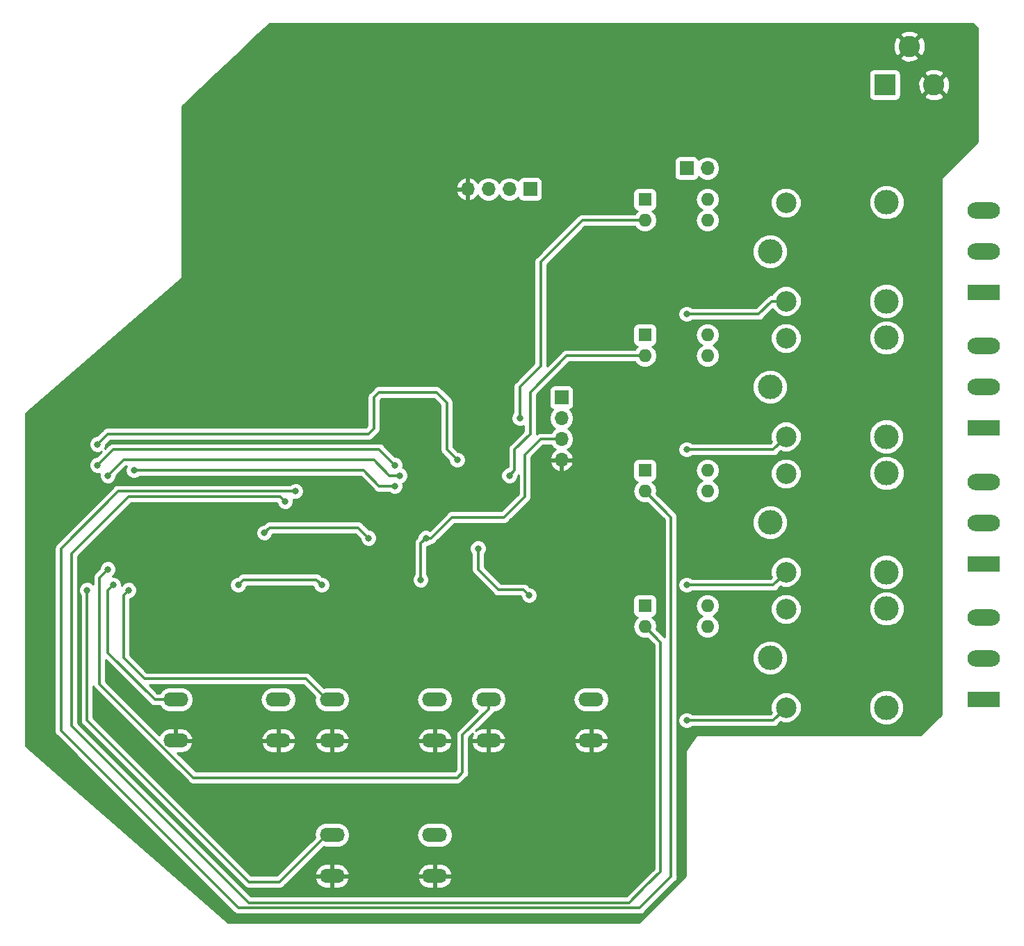
<source format=gbr>
G04 #@! TF.GenerationSoftware,KiCad,Pcbnew,5.0.2+dfsg1-1*
G04 #@! TF.CreationDate,2020-05-31T01:45:13+07:00*
G04 #@! TF.ProjectId,GatiHomeLampController,47617469-486f-46d6-954c-616d70436f6e,rev?*
G04 #@! TF.SameCoordinates,Original*
G04 #@! TF.FileFunction,Copper,L2,Bot*
G04 #@! TF.FilePolarity,Positive*
%FSLAX46Y46*%
G04 Gerber Fmt 4.6, Leading zero omitted, Abs format (unit mm)*
G04 Created by KiCad (PCBNEW 5.0.2+dfsg1-1) date Sun 31 May 2020 01:45:13 AM WIB*
%MOMM*%
%LPD*%
G01*
G04 APERTURE LIST*
G04 #@! TA.AperFunction,ComponentPad*
%ADD10O,3.960000X1.980000*%
G04 #@! TD*
G04 #@! TA.AperFunction,ComponentPad*
%ADD11R,3.960000X1.980000*%
G04 #@! TD*
G04 #@! TA.AperFunction,ComponentPad*
%ADD12O,1.700000X1.700000*%
G04 #@! TD*
G04 #@! TA.AperFunction,ComponentPad*
%ADD13R,1.700000X1.700000*%
G04 #@! TD*
G04 #@! TA.AperFunction,ComponentPad*
%ADD14R,2.600000X2.600000*%
G04 #@! TD*
G04 #@! TA.AperFunction,ComponentPad*
%ADD15C,2.600000*%
G04 #@! TD*
G04 #@! TA.AperFunction,ComponentPad*
%ADD16C,3.000000*%
G04 #@! TD*
G04 #@! TA.AperFunction,ComponentPad*
%ADD17C,2.500000*%
G04 #@! TD*
G04 #@! TA.AperFunction,ComponentPad*
%ADD18O,3.048000X1.727200*%
G04 #@! TD*
G04 #@! TA.AperFunction,ComponentPad*
%ADD19R,1.600000X1.600000*%
G04 #@! TD*
G04 #@! TA.AperFunction,ComponentPad*
%ADD20O,1.600000X1.600000*%
G04 #@! TD*
G04 #@! TA.AperFunction,ViaPad*
%ADD21C,0.800000*%
G04 #@! TD*
G04 #@! TA.AperFunction,Conductor*
%ADD22C,0.300000*%
G04 #@! TD*
G04 #@! TA.AperFunction,Conductor*
%ADD23C,0.254000*%
G04 #@! TD*
G04 APERTURE END LIST*
D10*
G04 #@! TO.P,J6,3*
G04 #@! TO.N,Net-(J6-Pad3)*
X187325000Y-82710000D03*
G04 #@! TO.P,J6,2*
G04 #@! TO.N,Net-(J6-Pad2)*
X187325000Y-87710000D03*
D11*
G04 #@! TO.P,J6,1*
G04 #@! TO.N,Net-(J6-Pad1)*
X187325000Y-92710000D03*
G04 #@! TD*
G04 #@! TO.P,J5,1*
G04 #@! TO.N,Net-(J5-Pad1)*
X187325000Y-76120000D03*
D10*
G04 #@! TO.P,J5,2*
G04 #@! TO.N,Net-(J5-Pad2)*
X187325000Y-71120000D03*
G04 #@! TO.P,J5,3*
G04 #@! TO.N,Net-(J5-Pad3)*
X187325000Y-66120000D03*
G04 #@! TD*
G04 #@! TO.P,J8,3*
G04 #@! TO.N,Net-(J8-Pad3)*
X187325000Y-49610000D03*
G04 #@! TO.P,J8,2*
G04 #@! TO.N,Net-(J8-Pad2)*
X187325000Y-54610000D03*
D11*
G04 #@! TO.P,J8,1*
G04 #@! TO.N,Net-(J8-Pad1)*
X187325000Y-59610000D03*
G04 #@! TD*
G04 #@! TO.P,J7,1*
G04 #@! TO.N,Net-(J7-Pad1)*
X187325000Y-109220000D03*
D10*
G04 #@! TO.P,J7,2*
G04 #@! TO.N,Net-(J7-Pad2)*
X187325000Y-104220000D03*
G04 #@! TO.P,J7,3*
G04 #@! TO.N,Net-(J7-Pad3)*
X187325000Y-99220000D03*
G04 #@! TD*
D12*
G04 #@! TO.P,J1,4*
G04 #@! TO.N,GND*
X135890000Y-80010000D03*
G04 #@! TO.P,J1,3*
G04 #@! TO.N,SDA*
X135890000Y-77470000D03*
G04 #@! TO.P,J1,2*
G04 #@! TO.N,SCL*
X135890000Y-74930000D03*
D13*
G04 #@! TO.P,J1,1*
G04 #@! TO.N,+5V*
X135890000Y-72390000D03*
G04 #@! TD*
G04 #@! TO.P,J2,1*
G04 #@! TO.N,Net-(J2-Pad1)*
X132080000Y-46990000D03*
D12*
G04 #@! TO.P,J2,2*
G04 #@! TO.N,RX*
X129540000Y-46990000D03*
G04 #@! TO.P,J2,3*
G04 #@! TO.N,TX*
X127000000Y-46990000D03*
G04 #@! TO.P,J2,4*
G04 #@! TO.N,GND*
X124460000Y-46990000D03*
G04 #@! TD*
D14*
G04 #@! TO.P,J3,1*
G04 #@! TO.N,Net-(F1-Pad2)*
X175260000Y-34290000D03*
D15*
G04 #@! TO.P,J3,2*
G04 #@! TO.N,GND*
X181260000Y-34290000D03*
G04 #@! TO.P,J3,3*
X178260000Y-29590000D03*
G04 #@! TD*
D13*
G04 #@! TO.P,J4,1*
G04 #@! TO.N,+5V*
X151130000Y-44450000D03*
D12*
G04 #@! TO.P,J4,2*
G04 #@! TO.N,/JD_VCC*
X153670000Y-44450000D03*
G04 #@! TD*
D16*
G04 #@! TO.P,K1,1*
G04 #@! TO.N,Net-(J8-Pad2)*
X161290000Y-54610000D03*
D17*
G04 #@! TO.P,K1,5*
G04 #@! TO.N,/JD_VCC*
X163240000Y-48660000D03*
D16*
G04 #@! TO.P,K1,4*
G04 #@! TO.N,Net-(J8-Pad3)*
X175490000Y-48610000D03*
G04 #@! TO.P,K1,3*
G04 #@! TO.N,Net-(J8-Pad1)*
X175440000Y-60660000D03*
D17*
G04 #@! TO.P,K1,2*
G04 #@! TO.N,Net-(K1-Pad2)*
X163240000Y-60660000D03*
G04 #@! TD*
G04 #@! TO.P,K2,2*
G04 #@! TO.N,Net-(K2-Pad2)*
X163240000Y-77170000D03*
D16*
G04 #@! TO.P,K2,3*
G04 #@! TO.N,Net-(J5-Pad1)*
X175440000Y-77170000D03*
G04 #@! TO.P,K2,4*
G04 #@! TO.N,Net-(J5-Pad3)*
X175490000Y-65120000D03*
D17*
G04 #@! TO.P,K2,5*
G04 #@! TO.N,/JD_VCC*
X163240000Y-65170000D03*
D16*
G04 #@! TO.P,K2,1*
G04 #@! TO.N,Net-(J5-Pad2)*
X161290000Y-71120000D03*
G04 #@! TD*
G04 #@! TO.P,K3,1*
G04 #@! TO.N,Net-(J6-Pad2)*
X161290000Y-87630000D03*
D17*
G04 #@! TO.P,K3,5*
G04 #@! TO.N,/JD_VCC*
X163240000Y-81680000D03*
D16*
G04 #@! TO.P,K3,4*
G04 #@! TO.N,Net-(J6-Pad3)*
X175490000Y-81630000D03*
G04 #@! TO.P,K3,3*
G04 #@! TO.N,Net-(J6-Pad1)*
X175440000Y-93680000D03*
D17*
G04 #@! TO.P,K3,2*
G04 #@! TO.N,Net-(K3-Pad2)*
X163240000Y-93680000D03*
G04 #@! TD*
G04 #@! TO.P,K4,2*
G04 #@! TO.N,Net-(K4-Pad2)*
X163240000Y-110190000D03*
D16*
G04 #@! TO.P,K4,3*
G04 #@! TO.N,Net-(J7-Pad1)*
X175440000Y-110190000D03*
G04 #@! TO.P,K4,4*
G04 #@! TO.N,Net-(J7-Pad3)*
X175490000Y-98140000D03*
D17*
G04 #@! TO.P,K4,5*
G04 #@! TO.N,/JD_VCC*
X163240000Y-98190000D03*
D16*
G04 #@! TO.P,K4,1*
G04 #@! TO.N,Net-(J7-Pad2)*
X161290000Y-104140000D03*
G04 #@! TD*
D18*
G04 #@! TO.P,SW1,2*
G04 #@! TO.N,GND*
X127000000Y-114220000D03*
G04 #@! TO.P,SW1,1*
G04 #@! TO.N,SW+*
X127000000Y-109220000D03*
G04 #@! TO.P,SW1,2*
G04 #@! TO.N,GND*
X139500000Y-114220000D03*
G04 #@! TO.P,SW1,1*
G04 #@! TO.N,SW+*
X139500000Y-109220000D03*
G04 #@! TD*
G04 #@! TO.P,SW2,1*
G04 #@! TO.N,SWOK*
X120450000Y-109220000D03*
G04 #@! TO.P,SW2,2*
G04 #@! TO.N,GND*
X120450000Y-114220000D03*
G04 #@! TO.P,SW2,1*
G04 #@! TO.N,SWOK*
X107950000Y-109220000D03*
G04 #@! TO.P,SW2,2*
G04 #@! TO.N,GND*
X107950000Y-114220000D03*
G04 #@! TD*
G04 #@! TO.P,SW3,1*
G04 #@! TO.N,SWBack*
X120450000Y-125730000D03*
G04 #@! TO.P,SW3,2*
G04 #@! TO.N,GND*
X120450000Y-130730000D03*
G04 #@! TO.P,SW3,1*
G04 #@! TO.N,SWBack*
X107950000Y-125730000D03*
G04 #@! TO.P,SW3,2*
G04 #@! TO.N,GND*
X107950000Y-130730000D03*
G04 #@! TD*
G04 #@! TO.P,SW4,2*
G04 #@! TO.N,GND*
X88900000Y-114220000D03*
G04 #@! TO.P,SW4,1*
G04 #@! TO.N,SW-*
X88900000Y-109220000D03*
G04 #@! TO.P,SW4,2*
G04 #@! TO.N,GND*
X101400000Y-114220000D03*
G04 #@! TO.P,SW4,1*
G04 #@! TO.N,SW-*
X101400000Y-109220000D03*
G04 #@! TD*
D19*
G04 #@! TO.P,U5,1*
G04 #@! TO.N,Net-(R5-Pad2)*
X146050000Y-48260000D03*
D20*
G04 #@! TO.P,U5,3*
G04 #@! TO.N,Net-(R12-Pad2)*
X153670000Y-50800000D03*
G04 #@! TO.P,U5,2*
G04 #@! TO.N,RL_1*
X146050000Y-50800000D03*
G04 #@! TO.P,U5,4*
G04 #@! TO.N,/JD_VCC*
X153670000Y-48260000D03*
G04 #@! TD*
G04 #@! TO.P,U6,4*
G04 #@! TO.N,/JD_VCC*
X153670000Y-64770000D03*
G04 #@! TO.P,U6,2*
G04 #@! TO.N,RL_2*
X146050000Y-67310000D03*
G04 #@! TO.P,U6,3*
G04 #@! TO.N,Net-(R9-Pad2)*
X153670000Y-67310000D03*
D19*
G04 #@! TO.P,U6,1*
G04 #@! TO.N,Net-(R6-Pad2)*
X146050000Y-64770000D03*
G04 #@! TD*
G04 #@! TO.P,U7,1*
G04 #@! TO.N,Net-(R7-Pad2)*
X146050000Y-81280000D03*
D20*
G04 #@! TO.P,U7,3*
G04 #@! TO.N,Net-(R10-Pad2)*
X153670000Y-83820000D03*
G04 #@! TO.P,U7,2*
G04 #@! TO.N,RL_3*
X146050000Y-83820000D03*
G04 #@! TO.P,U7,4*
G04 #@! TO.N,/JD_VCC*
X153670000Y-81280000D03*
G04 #@! TD*
G04 #@! TO.P,U8,4*
G04 #@! TO.N,/JD_VCC*
X153670000Y-97790000D03*
G04 #@! TO.P,U8,2*
G04 #@! TO.N,RL_4*
X146050000Y-100330000D03*
G04 #@! TO.P,U8,3*
G04 #@! TO.N,Net-(R11-Pad2)*
X153670000Y-100330000D03*
D19*
G04 #@! TO.P,U8,1*
G04 #@! TO.N,Net-(R8-Pad2)*
X146050000Y-97790000D03*
G04 #@! TD*
D21*
G04 #@! TO.N,GND*
X129540000Y-101600000D03*
X129540000Y-93345000D03*
X133350000Y-92075000D03*
G04 #@! TO.N,Net-(BT1-Pad1)*
X96520000Y-95250000D03*
X106680000Y-95250000D03*
G04 #@! TO.N,SDA*
X118745000Y-94615000D03*
X119380000Y-89535000D03*
G04 #@! TO.N,Net-(K1-Pad2)*
X151130000Y-62230000D03*
G04 #@! TO.N,Net-(K2-Pad2)*
X151130000Y-78740000D03*
G04 #@! TO.N,Net-(K3-Pad2)*
X151130000Y-95250000D03*
G04 #@! TO.N,Net-(K4-Pad2)*
X151130000Y-111760000D03*
G04 #@! TO.N,Net-(R2-Pad1)*
X131950000Y-96520000D03*
X125730000Y-90805000D03*
G04 #@! TO.N,Net-(RN1-Pad5)*
X99695000Y-88900000D03*
X112395000Y-89535000D03*
G04 #@! TO.N,SW+*
X115570000Y-80645000D03*
X80645000Y-93345000D03*
X79375000Y-80645000D03*
G04 #@! TO.N,SWOK*
X83185000Y-95885000D03*
X83820000Y-81280000D03*
X115570000Y-83185000D03*
G04 #@! TO.N,SWBack*
X78105000Y-95885000D03*
X79375000Y-78105000D03*
X123190000Y-80010000D03*
G04 #@! TO.N,SW-*
X81280000Y-95250000D03*
X80645000Y-81915000D03*
X116205000Y-81915000D03*
G04 #@! TO.N,RL_3*
X103505000Y-83820000D03*
G04 #@! TO.N,RL_4*
X102235000Y-85090000D03*
G04 #@! TO.N,RL_2*
X129540000Y-81915000D03*
G04 #@! TO.N,RL_1*
X130810000Y-74930000D03*
G04 #@! TD*
D22*
G04 #@! TO.N,Net-(BT1-Pad1)*
X96520000Y-95250000D02*
X97155000Y-94615000D01*
X97155000Y-94615000D02*
X105410000Y-94615000D01*
X105410000Y-94615000D02*
X106045000Y-94615000D01*
X106045000Y-94615000D02*
X106680000Y-95250000D01*
G04 #@! TO.N,SDA*
X118745000Y-94615000D02*
X118745000Y-90170000D01*
X118745000Y-90170000D02*
X119380000Y-89535000D01*
X119380000Y-89535000D02*
X120015000Y-89535000D01*
X120015000Y-89535000D02*
X122555000Y-86995000D01*
X122555000Y-86995000D02*
X128905000Y-86995000D01*
X128905000Y-86995000D02*
X131445000Y-84455000D01*
X131445000Y-84455000D02*
X131445000Y-79375000D01*
X133350000Y-77470000D02*
X135890000Y-77470000D01*
X131445000Y-79375000D02*
X133350000Y-77470000D01*
G04 #@! TO.N,Net-(K1-Pad2)*
X151130000Y-62230000D02*
X151379991Y-62230000D01*
X161472234Y-60660000D02*
X159902234Y-62230000D01*
X163240000Y-60660000D02*
X161472234Y-60660000D01*
X159902234Y-62230000D02*
X154507998Y-62230000D01*
X154507998Y-62230000D02*
X151379991Y-62230000D01*
X151379991Y-62230000D02*
X151880001Y-62230000D01*
G04 #@! TO.N,Net-(K2-Pad2)*
X151130000Y-78740000D02*
X152400000Y-78740000D01*
X163240000Y-77170000D02*
X161670000Y-78740000D01*
X161670000Y-78740000D02*
X152400000Y-78740000D01*
X152400000Y-78740000D02*
X152900010Y-78740000D01*
G04 #@! TO.N,Net-(K3-Pad2)*
X151130000Y-95250000D02*
X151899990Y-95250000D01*
X163240000Y-93680000D02*
X161670000Y-95250000D01*
X161670000Y-95250000D02*
X151899990Y-95250000D01*
X151899990Y-95250000D02*
X152400000Y-95250000D01*
G04 #@! TO.N,Net-(K4-Pad2)*
X151130000Y-111760000D02*
X151899990Y-111760000D01*
X163240000Y-110190000D02*
X161670000Y-111760000D01*
X161670000Y-111760000D02*
X151899990Y-111760000D01*
X151899990Y-111760000D02*
X152400000Y-111760000D01*
G04 #@! TO.N,Net-(R2-Pad1)*
X131254290Y-95824290D02*
X128209290Y-95824290D01*
X131950000Y-96520000D02*
X131254290Y-95824290D01*
X128209290Y-95824290D02*
X125730000Y-93345000D01*
X125730000Y-93345000D02*
X125730000Y-90805000D01*
G04 #@! TO.N,Net-(RN1-Pad5)*
X99695000Y-88900000D02*
X100330000Y-88265000D01*
X100330000Y-88265000D02*
X110490000Y-88265000D01*
X110490000Y-88265000D02*
X111125000Y-88265000D01*
X111125000Y-88265000D02*
X112395000Y-89535000D01*
G04 #@! TO.N,SW+*
X83185000Y-78740000D02*
X113665000Y-78740000D01*
X113665000Y-78740000D02*
X115570000Y-80645000D01*
X127000000Y-110383600D02*
X123825000Y-113558600D01*
X127000000Y-109220000D02*
X127000000Y-110383600D01*
X123825000Y-113558600D02*
X123825000Y-118110000D01*
X123825000Y-118110000D02*
X123190000Y-118745000D01*
X91048297Y-118745000D02*
X79618297Y-107315000D01*
X123190000Y-118745000D02*
X91048297Y-118745000D01*
X79618297Y-107315000D02*
X79618297Y-94371703D01*
X79618297Y-94371703D02*
X80645000Y-93345000D01*
X79375000Y-80645000D02*
X81280000Y-78740000D01*
X81280000Y-78740000D02*
X83185000Y-78740000D01*
G04 #@! TO.N,SWOK*
X107950000Y-109220000D02*
X107289600Y-109220000D01*
X85090000Y-106680000D02*
X82550000Y-104140000D01*
X104749600Y-106680000D02*
X85090000Y-106680000D01*
X82550000Y-96520000D02*
X83185000Y-95885000D01*
X82550000Y-97155000D02*
X82550000Y-96520000D01*
X82550000Y-104140000D02*
X82550000Y-97155000D01*
X107289600Y-109220000D02*
X104749600Y-106680000D01*
X83820000Y-81280000D02*
X111760000Y-81280000D01*
X111760000Y-81280000D02*
X113665000Y-83185000D01*
X113665000Y-83185000D02*
X115570000Y-83185000D01*
G04 #@! TO.N,SWBack*
X107289600Y-125730000D02*
X101574600Y-131445000D01*
X107950000Y-125730000D02*
X107289600Y-125730000D01*
X101574600Y-131445000D02*
X97790000Y-131445000D01*
X97790000Y-131445000D02*
X78105000Y-111760000D01*
X78105000Y-111760000D02*
X78105000Y-95885000D01*
X79375000Y-78105000D02*
X80010000Y-77470000D01*
X80010000Y-77470000D02*
X80645000Y-76835000D01*
X80645000Y-76835000D02*
X112395000Y-76835000D01*
X112395000Y-76835000D02*
X113030000Y-76200000D01*
X113030000Y-76200000D02*
X113030000Y-73660000D01*
X113030000Y-73660000D02*
X113030000Y-72390000D01*
X113030000Y-72390000D02*
X113665000Y-71755000D01*
X113665000Y-71755000D02*
X120650000Y-71755000D01*
X120650000Y-71755000D02*
X121920000Y-73025000D01*
X121920000Y-73025000D02*
X121920000Y-78740000D01*
X121920000Y-78740000D02*
X123190000Y-80010000D01*
G04 #@! TO.N,SW-*
X80645000Y-103505000D02*
X80645000Y-96520000D01*
X80645000Y-96520000D02*
X80645000Y-95885000D01*
X80645000Y-81915000D02*
X82550000Y-80010000D01*
X86360000Y-109220000D02*
X80645000Y-103505000D01*
X88900000Y-109220000D02*
X86360000Y-109220000D01*
X80645000Y-95885000D02*
X81280000Y-95250000D01*
X82550000Y-80010000D02*
X113030000Y-80010000D01*
X113030000Y-80010000D02*
X114935000Y-81915000D01*
X114935000Y-81915000D02*
X116205000Y-81915000D01*
G04 #@! TO.N,RL_3*
X146050000Y-83820000D02*
X149225000Y-86995000D01*
X149225000Y-86995000D02*
X149225000Y-105410000D01*
X149225000Y-105410000D02*
X149225000Y-130810000D01*
X149225000Y-130810000D02*
X145415000Y-134620000D01*
X145415000Y-134620000D02*
X96520000Y-134620000D01*
X96520000Y-134620000D02*
X74930000Y-113030000D01*
X74930000Y-113030000D02*
X74930000Y-90805000D01*
X74930000Y-90805000D02*
X81915000Y-83820000D01*
X81915000Y-83820000D02*
X101600000Y-83820000D01*
X101600000Y-83820000D02*
X103505000Y-83820000D01*
G04 #@! TO.N,RL_4*
X146050000Y-100330000D02*
X147955000Y-102235000D01*
X147955000Y-102235000D02*
X147955000Y-130175000D01*
X147955000Y-130175000D02*
X146186390Y-131943610D01*
X146186390Y-131943610D02*
X144145000Y-133985000D01*
X144145000Y-133985000D02*
X97790000Y-133985000D01*
X97790000Y-133985000D02*
X76200000Y-112395000D01*
X76200000Y-112395000D02*
X76200000Y-91440000D01*
X76200000Y-91440000D02*
X82550000Y-85090000D01*
X82550000Y-85090000D02*
X83185000Y-84455000D01*
X83185000Y-84455000D02*
X101600000Y-84455000D01*
X101600000Y-84455000D02*
X102235000Y-85090000D01*
G04 #@! TO.N,RL_2*
X146050000Y-67310000D02*
X138639998Y-67310000D01*
X138639998Y-67310000D02*
X136525000Y-67310000D01*
X136525000Y-67310000D02*
X132080000Y-71755000D01*
X132080000Y-71755000D02*
X132080000Y-76835000D01*
X132080000Y-76835000D02*
X130175000Y-78740000D01*
X130175000Y-78740000D02*
X130175000Y-81280000D01*
X130175000Y-81280000D02*
X129540000Y-81915000D01*
G04 #@! TO.N,RL_1*
X146050000Y-50800000D02*
X138430000Y-50800000D01*
X138430000Y-50800000D02*
X133350000Y-55880000D01*
X133350000Y-55880000D02*
X133350000Y-68580000D01*
X133350000Y-68580000D02*
X130810000Y-71120000D01*
X130810000Y-71120000D02*
X130810000Y-74930000D01*
G04 #@! TD*
D23*
G04 #@! TO.N,GND*
G36*
X186563000Y-27357606D02*
X186563000Y-41222394D01*
X182155197Y-45630197D01*
X182127667Y-45671399D01*
X182118000Y-45720000D01*
X182118000Y-111072394D01*
X179652394Y-113538000D01*
X152400000Y-113538000D01*
X152351399Y-113547667D01*
X152310197Y-113575197D01*
X152294330Y-113594553D01*
X151024330Y-115499553D01*
X151003000Y-115570000D01*
X151003000Y-130757394D01*
X145362394Y-136398000D01*
X95297586Y-136398000D01*
X70612000Y-114877232D01*
X70612000Y-90805000D01*
X74129622Y-90805000D01*
X74145001Y-90882317D01*
X74145000Y-112952688D01*
X74129622Y-113030000D01*
X74145000Y-113107312D01*
X74145000Y-113107315D01*
X74190546Y-113336291D01*
X74364047Y-113595953D01*
X74429592Y-113639749D01*
X95910253Y-135120411D01*
X95954047Y-135185953D01*
X96019589Y-135229747D01*
X96019591Y-135229749D01*
X96213708Y-135359454D01*
X96442684Y-135405000D01*
X96442688Y-135405000D01*
X96520000Y-135420378D01*
X96597312Y-135405000D01*
X145337688Y-135405000D01*
X145415000Y-135420378D01*
X145492312Y-135405000D01*
X145492316Y-135405000D01*
X145721292Y-135359454D01*
X145980953Y-135185953D01*
X146024749Y-135120408D01*
X149725408Y-131419749D01*
X149790953Y-131375953D01*
X149964454Y-131116292D01*
X150010000Y-130887316D01*
X150010000Y-130887312D01*
X150025378Y-130810000D01*
X150010000Y-130732688D01*
X150010000Y-111554126D01*
X150095000Y-111554126D01*
X150095000Y-111965874D01*
X150252569Y-112346280D01*
X150543720Y-112637431D01*
X150924126Y-112795000D01*
X151335874Y-112795000D01*
X151716280Y-112637431D01*
X151808711Y-112545000D01*
X161592688Y-112545000D01*
X161670000Y-112560378D01*
X161747312Y-112545000D01*
X161747316Y-112545000D01*
X161976292Y-112499454D01*
X162235953Y-112325953D01*
X162279749Y-112260408D01*
X162582283Y-111957874D01*
X162865050Y-112075000D01*
X163614950Y-112075000D01*
X164307767Y-111788026D01*
X164838026Y-111257767D01*
X165125000Y-110564950D01*
X165125000Y-109815050D01*
X165104403Y-109765322D01*
X173305000Y-109765322D01*
X173305000Y-110614678D01*
X173630034Y-111399380D01*
X174230620Y-111999966D01*
X175015322Y-112325000D01*
X175864678Y-112325000D01*
X176649380Y-111999966D01*
X177249966Y-111399380D01*
X177575000Y-110614678D01*
X177575000Y-109765322D01*
X177249966Y-108980620D01*
X176649380Y-108380034D01*
X175864678Y-108055000D01*
X175015322Y-108055000D01*
X174230620Y-108380034D01*
X173630034Y-108980620D01*
X173305000Y-109765322D01*
X165104403Y-109765322D01*
X164838026Y-109122233D01*
X164307767Y-108591974D01*
X163614950Y-108305000D01*
X162865050Y-108305000D01*
X162172233Y-108591974D01*
X161641974Y-109122233D01*
X161355000Y-109815050D01*
X161355000Y-110564950D01*
X161472126Y-110847717D01*
X161344843Y-110975000D01*
X151808711Y-110975000D01*
X151716280Y-110882569D01*
X151335874Y-110725000D01*
X150924126Y-110725000D01*
X150543720Y-110882569D01*
X150252569Y-111173720D01*
X150095000Y-111554126D01*
X150010000Y-111554126D01*
X150010000Y-103715322D01*
X159155000Y-103715322D01*
X159155000Y-104564678D01*
X159480034Y-105349380D01*
X160080620Y-105949966D01*
X160865322Y-106275000D01*
X161714678Y-106275000D01*
X162499380Y-105949966D01*
X163099966Y-105349380D01*
X163425000Y-104564678D01*
X163425000Y-103715322D01*
X163099966Y-102930620D01*
X162499380Y-102330034D01*
X161714678Y-102005000D01*
X160865322Y-102005000D01*
X160080620Y-102330034D01*
X159480034Y-102930620D01*
X159155000Y-103715322D01*
X150010000Y-103715322D01*
X150010000Y-97790000D01*
X152206887Y-97790000D01*
X152318260Y-98349909D01*
X152635423Y-98824577D01*
X152987758Y-99060000D01*
X152635423Y-99295423D01*
X152318260Y-99770091D01*
X152206887Y-100330000D01*
X152318260Y-100889909D01*
X152635423Y-101364577D01*
X153110091Y-101681740D01*
X153528667Y-101765000D01*
X153811333Y-101765000D01*
X154229909Y-101681740D01*
X154704577Y-101364577D01*
X155021740Y-100889909D01*
X155133113Y-100330000D01*
X155021740Y-99770091D01*
X154704577Y-99295423D01*
X154352242Y-99060000D01*
X154704577Y-98824577D01*
X155021740Y-98349909D01*
X155128130Y-97815050D01*
X161355000Y-97815050D01*
X161355000Y-98564950D01*
X161641974Y-99257767D01*
X162172233Y-99788026D01*
X162865050Y-100075000D01*
X163614950Y-100075000D01*
X164307767Y-99788026D01*
X164838026Y-99257767D01*
X165125000Y-98564950D01*
X165125000Y-97815050D01*
X165083692Y-97715322D01*
X173355000Y-97715322D01*
X173355000Y-98564678D01*
X173680034Y-99349380D01*
X174280620Y-99949966D01*
X175065322Y-100275000D01*
X175914678Y-100275000D01*
X176699380Y-99949966D01*
X177299966Y-99349380D01*
X177625000Y-98564678D01*
X177625000Y-97715322D01*
X177299966Y-96930620D01*
X176699380Y-96330034D01*
X175914678Y-96005000D01*
X175065322Y-96005000D01*
X174280620Y-96330034D01*
X173680034Y-96930620D01*
X173355000Y-97715322D01*
X165083692Y-97715322D01*
X164838026Y-97122233D01*
X164307767Y-96591974D01*
X163614950Y-96305000D01*
X162865050Y-96305000D01*
X162172233Y-96591974D01*
X161641974Y-97122233D01*
X161355000Y-97815050D01*
X155128130Y-97815050D01*
X155133113Y-97790000D01*
X155021740Y-97230091D01*
X154704577Y-96755423D01*
X154229909Y-96438260D01*
X153811333Y-96355000D01*
X153528667Y-96355000D01*
X153110091Y-96438260D01*
X152635423Y-96755423D01*
X152318260Y-97230091D01*
X152206887Y-97790000D01*
X150010000Y-97790000D01*
X150010000Y-95044126D01*
X150095000Y-95044126D01*
X150095000Y-95455874D01*
X150252569Y-95836280D01*
X150543720Y-96127431D01*
X150924126Y-96285000D01*
X151335874Y-96285000D01*
X151716280Y-96127431D01*
X151808711Y-96035000D01*
X161592688Y-96035000D01*
X161670000Y-96050378D01*
X161747312Y-96035000D01*
X161747316Y-96035000D01*
X161976292Y-95989454D01*
X162235953Y-95815953D01*
X162279749Y-95750408D01*
X162582283Y-95447874D01*
X162865050Y-95565000D01*
X163614950Y-95565000D01*
X164307767Y-95278026D01*
X164838026Y-94747767D01*
X165125000Y-94054950D01*
X165125000Y-93305050D01*
X165104403Y-93255322D01*
X173305000Y-93255322D01*
X173305000Y-94104678D01*
X173630034Y-94889380D01*
X174230620Y-95489966D01*
X175015322Y-95815000D01*
X175864678Y-95815000D01*
X176649380Y-95489966D01*
X177249966Y-94889380D01*
X177575000Y-94104678D01*
X177575000Y-93255322D01*
X177249966Y-92470620D01*
X176649380Y-91870034D01*
X175864678Y-91545000D01*
X175015322Y-91545000D01*
X174230620Y-91870034D01*
X173630034Y-92470620D01*
X173305000Y-93255322D01*
X165104403Y-93255322D01*
X164838026Y-92612233D01*
X164307767Y-92081974D01*
X163614950Y-91795000D01*
X162865050Y-91795000D01*
X162172233Y-92081974D01*
X161641974Y-92612233D01*
X161355000Y-93305050D01*
X161355000Y-94054950D01*
X161472126Y-94337717D01*
X161344843Y-94465000D01*
X151808711Y-94465000D01*
X151716280Y-94372569D01*
X151335874Y-94215000D01*
X150924126Y-94215000D01*
X150543720Y-94372569D01*
X150252569Y-94663720D01*
X150095000Y-95044126D01*
X150010000Y-95044126D01*
X150010000Y-87205322D01*
X159155000Y-87205322D01*
X159155000Y-88054678D01*
X159480034Y-88839380D01*
X160080620Y-89439966D01*
X160865322Y-89765000D01*
X161714678Y-89765000D01*
X162499380Y-89439966D01*
X163099966Y-88839380D01*
X163425000Y-88054678D01*
X163425000Y-87205322D01*
X163099966Y-86420620D01*
X162499380Y-85820034D01*
X161714678Y-85495000D01*
X160865322Y-85495000D01*
X160080620Y-85820034D01*
X159480034Y-86420620D01*
X159155000Y-87205322D01*
X150010000Y-87205322D01*
X150010000Y-87072311D01*
X150025378Y-86994999D01*
X150010000Y-86917685D01*
X150010000Y-86917684D01*
X149964454Y-86688708D01*
X149834749Y-86494591D01*
X149834747Y-86494589D01*
X149790953Y-86429047D01*
X149725411Y-86385253D01*
X147454554Y-84114397D01*
X147513113Y-83820000D01*
X147401740Y-83260091D01*
X147084577Y-82785423D01*
X146963894Y-82704785D01*
X147097765Y-82678157D01*
X147307809Y-82537809D01*
X147448157Y-82327765D01*
X147497440Y-82080000D01*
X147497440Y-81280000D01*
X152206887Y-81280000D01*
X152318260Y-81839909D01*
X152635423Y-82314577D01*
X152987758Y-82550000D01*
X152635423Y-82785423D01*
X152318260Y-83260091D01*
X152206887Y-83820000D01*
X152318260Y-84379909D01*
X152635423Y-84854577D01*
X153110091Y-85171740D01*
X153528667Y-85255000D01*
X153811333Y-85255000D01*
X154229909Y-85171740D01*
X154704577Y-84854577D01*
X155021740Y-84379909D01*
X155133113Y-83820000D01*
X155021740Y-83260091D01*
X154704577Y-82785423D01*
X154352242Y-82550000D01*
X154704577Y-82314577D01*
X155021740Y-81839909D01*
X155128130Y-81305050D01*
X161355000Y-81305050D01*
X161355000Y-82054950D01*
X161641974Y-82747767D01*
X162172233Y-83278026D01*
X162865050Y-83565000D01*
X163614950Y-83565000D01*
X164307767Y-83278026D01*
X164838026Y-82747767D01*
X165125000Y-82054950D01*
X165125000Y-81305050D01*
X165083692Y-81205322D01*
X173355000Y-81205322D01*
X173355000Y-82054678D01*
X173680034Y-82839380D01*
X174280620Y-83439966D01*
X175065322Y-83765000D01*
X175914678Y-83765000D01*
X176699380Y-83439966D01*
X177299966Y-82839380D01*
X177625000Y-82054678D01*
X177625000Y-81205322D01*
X177299966Y-80420620D01*
X176699380Y-79820034D01*
X175914678Y-79495000D01*
X175065322Y-79495000D01*
X174280620Y-79820034D01*
X173680034Y-80420620D01*
X173355000Y-81205322D01*
X165083692Y-81205322D01*
X164838026Y-80612233D01*
X164307767Y-80081974D01*
X163614950Y-79795000D01*
X162865050Y-79795000D01*
X162172233Y-80081974D01*
X161641974Y-80612233D01*
X161355000Y-81305050D01*
X155128130Y-81305050D01*
X155133113Y-81280000D01*
X155021740Y-80720091D01*
X154704577Y-80245423D01*
X154229909Y-79928260D01*
X153811333Y-79845000D01*
X153528667Y-79845000D01*
X153110091Y-79928260D01*
X152635423Y-80245423D01*
X152318260Y-80720091D01*
X152206887Y-81280000D01*
X147497440Y-81280000D01*
X147497440Y-80480000D01*
X147448157Y-80232235D01*
X147307809Y-80022191D01*
X147097765Y-79881843D01*
X146850000Y-79832560D01*
X145250000Y-79832560D01*
X145002235Y-79881843D01*
X144792191Y-80022191D01*
X144651843Y-80232235D01*
X144602560Y-80480000D01*
X144602560Y-82080000D01*
X144651843Y-82327765D01*
X144792191Y-82537809D01*
X145002235Y-82678157D01*
X145136106Y-82704785D01*
X145015423Y-82785423D01*
X144698260Y-83260091D01*
X144586887Y-83820000D01*
X144698260Y-84379909D01*
X145015423Y-84854577D01*
X145490091Y-85171740D01*
X145908667Y-85255000D01*
X146191333Y-85255000D01*
X146344396Y-85224554D01*
X148440000Y-87320158D01*
X148440001Y-101609843D01*
X147454554Y-100624396D01*
X147513113Y-100330000D01*
X147401740Y-99770091D01*
X147084577Y-99295423D01*
X146963894Y-99214785D01*
X147097765Y-99188157D01*
X147307809Y-99047809D01*
X147448157Y-98837765D01*
X147497440Y-98590000D01*
X147497440Y-96990000D01*
X147448157Y-96742235D01*
X147307809Y-96532191D01*
X147097765Y-96391843D01*
X146850000Y-96342560D01*
X145250000Y-96342560D01*
X145002235Y-96391843D01*
X144792191Y-96532191D01*
X144651843Y-96742235D01*
X144602560Y-96990000D01*
X144602560Y-98590000D01*
X144651843Y-98837765D01*
X144792191Y-99047809D01*
X145002235Y-99188157D01*
X145136106Y-99214785D01*
X145015423Y-99295423D01*
X144698260Y-99770091D01*
X144586887Y-100330000D01*
X144698260Y-100889909D01*
X145015423Y-101364577D01*
X145490091Y-101681740D01*
X145908667Y-101765000D01*
X146191333Y-101765000D01*
X146344396Y-101734554D01*
X147170000Y-102560158D01*
X147170001Y-129849841D01*
X145685984Y-131333859D01*
X145685981Y-131333861D01*
X143819843Y-133200000D01*
X98115158Y-133200000D01*
X76985000Y-112069843D01*
X76985000Y-95679126D01*
X77070000Y-95679126D01*
X77070000Y-96090874D01*
X77227569Y-96471280D01*
X77320001Y-96563712D01*
X77320000Y-111682688D01*
X77304622Y-111760000D01*
X77320000Y-111837312D01*
X77320000Y-111837315D01*
X77345572Y-111965874D01*
X77365546Y-112066291D01*
X77474681Y-112229622D01*
X77539047Y-112325953D01*
X77604592Y-112369749D01*
X97180253Y-131945411D01*
X97224047Y-132010953D01*
X97289589Y-132054747D01*
X97289591Y-132054749D01*
X97413218Y-132137354D01*
X97483708Y-132184454D01*
X97712684Y-132230000D01*
X97712688Y-132230000D01*
X97790000Y-132245378D01*
X97867312Y-132230000D01*
X101497288Y-132230000D01*
X101574600Y-132245378D01*
X101651912Y-132230000D01*
X101651916Y-132230000D01*
X101880892Y-132184454D01*
X102140553Y-132010953D01*
X102184349Y-131945408D01*
X103040731Y-131089026D01*
X105834642Y-131089026D01*
X105856473Y-131186157D01*
X106140127Y-131699868D01*
X106598778Y-132065925D01*
X107162600Y-132228600D01*
X107823000Y-132228600D01*
X107823000Y-130857000D01*
X108077000Y-130857000D01*
X108077000Y-132228600D01*
X108737400Y-132228600D01*
X109301222Y-132065925D01*
X109759873Y-131699868D01*
X110043527Y-131186157D01*
X110065358Y-131089026D01*
X118334642Y-131089026D01*
X118356473Y-131186157D01*
X118640127Y-131699868D01*
X119098778Y-132065925D01*
X119662600Y-132228600D01*
X120323000Y-132228600D01*
X120323000Y-130857000D01*
X120577000Y-130857000D01*
X120577000Y-132228600D01*
X121237400Y-132228600D01*
X121801222Y-132065925D01*
X122259873Y-131699868D01*
X122543527Y-131186157D01*
X122565358Y-131089026D01*
X122444217Y-130857000D01*
X120577000Y-130857000D01*
X120323000Y-130857000D01*
X118455783Y-130857000D01*
X118334642Y-131089026D01*
X110065358Y-131089026D01*
X109944217Y-130857000D01*
X108077000Y-130857000D01*
X107823000Y-130857000D01*
X105955783Y-130857000D01*
X105834642Y-131089026D01*
X103040731Y-131089026D01*
X103758783Y-130370974D01*
X105834642Y-130370974D01*
X105955783Y-130603000D01*
X107823000Y-130603000D01*
X107823000Y-129231400D01*
X108077000Y-129231400D01*
X108077000Y-130603000D01*
X109944217Y-130603000D01*
X110065358Y-130370974D01*
X118334642Y-130370974D01*
X118455783Y-130603000D01*
X120323000Y-130603000D01*
X120323000Y-129231400D01*
X120577000Y-129231400D01*
X120577000Y-130603000D01*
X122444217Y-130603000D01*
X122565358Y-130370974D01*
X122543527Y-130273843D01*
X122259873Y-129760132D01*
X121801222Y-129394075D01*
X121237400Y-129231400D01*
X120577000Y-129231400D01*
X120323000Y-129231400D01*
X119662600Y-129231400D01*
X119098778Y-129394075D01*
X118640127Y-129760132D01*
X118356473Y-130273843D01*
X118334642Y-130370974D01*
X110065358Y-130370974D01*
X110043527Y-130273843D01*
X109759873Y-129760132D01*
X109301222Y-129394075D01*
X108737400Y-129231400D01*
X108077000Y-129231400D01*
X107823000Y-129231400D01*
X107162600Y-129231400D01*
X106598778Y-129394075D01*
X106140127Y-129760132D01*
X105856473Y-130273843D01*
X105834642Y-130370974D01*
X103758783Y-130370974D01*
X106941116Y-127188641D01*
X107142002Y-127228600D01*
X108757998Y-127228600D01*
X109195125Y-127141650D01*
X109690830Y-126810430D01*
X110022050Y-126314725D01*
X110138359Y-125730000D01*
X118261641Y-125730000D01*
X118377950Y-126314725D01*
X118709170Y-126810430D01*
X119204875Y-127141650D01*
X119642002Y-127228600D01*
X121257998Y-127228600D01*
X121695125Y-127141650D01*
X122190830Y-126810430D01*
X122522050Y-126314725D01*
X122638359Y-125730000D01*
X122522050Y-125145275D01*
X122190830Y-124649570D01*
X121695125Y-124318350D01*
X121257998Y-124231400D01*
X119642002Y-124231400D01*
X119204875Y-124318350D01*
X118709170Y-124649570D01*
X118377950Y-125145275D01*
X118261641Y-125730000D01*
X110138359Y-125730000D01*
X110022050Y-125145275D01*
X109690830Y-124649570D01*
X109195125Y-124318350D01*
X108757998Y-124231400D01*
X107142002Y-124231400D01*
X106704875Y-124318350D01*
X106209170Y-124649570D01*
X105877950Y-125145275D01*
X105761641Y-125730000D01*
X105830959Y-126078484D01*
X101249443Y-130660000D01*
X98115158Y-130660000D01*
X78890000Y-111434843D01*
X78890000Y-107637989D01*
X79052344Y-107880953D01*
X79117889Y-107924749D01*
X90438550Y-119245411D01*
X90482344Y-119310953D01*
X90547886Y-119354747D01*
X90547888Y-119354749D01*
X90742005Y-119484454D01*
X90970981Y-119530000D01*
X90970984Y-119530000D01*
X91048296Y-119545378D01*
X91125608Y-119530000D01*
X123112688Y-119530000D01*
X123190000Y-119545378D01*
X123267312Y-119530000D01*
X123267316Y-119530000D01*
X123496292Y-119484454D01*
X123755953Y-119310953D01*
X123799749Y-119245408D01*
X124325408Y-118719749D01*
X124390953Y-118675953D01*
X124564454Y-118416292D01*
X124610000Y-118187316D01*
X124610000Y-118187312D01*
X124625378Y-118110000D01*
X124610000Y-118032688D01*
X124610000Y-114579026D01*
X124884642Y-114579026D01*
X124906473Y-114676157D01*
X125190127Y-115189868D01*
X125648778Y-115555925D01*
X126212600Y-115718600D01*
X126873000Y-115718600D01*
X126873000Y-114347000D01*
X127127000Y-114347000D01*
X127127000Y-115718600D01*
X127787400Y-115718600D01*
X128351222Y-115555925D01*
X128809873Y-115189868D01*
X129093527Y-114676157D01*
X129115358Y-114579026D01*
X137384642Y-114579026D01*
X137406473Y-114676157D01*
X137690127Y-115189868D01*
X138148778Y-115555925D01*
X138712600Y-115718600D01*
X139373000Y-115718600D01*
X139373000Y-114347000D01*
X139627000Y-114347000D01*
X139627000Y-115718600D01*
X140287400Y-115718600D01*
X140851222Y-115555925D01*
X141309873Y-115189868D01*
X141593527Y-114676157D01*
X141615358Y-114579026D01*
X141494217Y-114347000D01*
X139627000Y-114347000D01*
X139373000Y-114347000D01*
X137505783Y-114347000D01*
X137384642Y-114579026D01*
X129115358Y-114579026D01*
X128994217Y-114347000D01*
X127127000Y-114347000D01*
X126873000Y-114347000D01*
X125005783Y-114347000D01*
X124884642Y-114579026D01*
X124610000Y-114579026D01*
X124610000Y-113883757D01*
X125124165Y-113369592D01*
X124906473Y-113763843D01*
X124884642Y-113860974D01*
X125005783Y-114093000D01*
X126873000Y-114093000D01*
X126873000Y-112721400D01*
X127127000Y-112721400D01*
X127127000Y-114093000D01*
X128994217Y-114093000D01*
X129115358Y-113860974D01*
X137384642Y-113860974D01*
X137505783Y-114093000D01*
X139373000Y-114093000D01*
X139373000Y-112721400D01*
X139627000Y-112721400D01*
X139627000Y-114093000D01*
X141494217Y-114093000D01*
X141615358Y-113860974D01*
X141593527Y-113763843D01*
X141309873Y-113250132D01*
X140851222Y-112884075D01*
X140287400Y-112721400D01*
X139627000Y-112721400D01*
X139373000Y-112721400D01*
X138712600Y-112721400D01*
X138148778Y-112884075D01*
X137690127Y-113250132D01*
X137406473Y-113763843D01*
X137384642Y-113860974D01*
X129115358Y-113860974D01*
X129093527Y-113763843D01*
X128809873Y-113250132D01*
X128351222Y-112884075D01*
X127787400Y-112721400D01*
X127127000Y-112721400D01*
X126873000Y-112721400D01*
X126212600Y-112721400D01*
X125648778Y-112884075D01*
X125455123Y-113038634D01*
X127500411Y-110993347D01*
X127565953Y-110949553D01*
X127609747Y-110884011D01*
X127609749Y-110884009D01*
X127720272Y-110718600D01*
X127807998Y-110718600D01*
X128245125Y-110631650D01*
X128740830Y-110300430D01*
X129072050Y-109804725D01*
X129188359Y-109220000D01*
X137311641Y-109220000D01*
X137427950Y-109804725D01*
X137759170Y-110300430D01*
X138254875Y-110631650D01*
X138692002Y-110718600D01*
X140307998Y-110718600D01*
X140745125Y-110631650D01*
X141240830Y-110300430D01*
X141572050Y-109804725D01*
X141688359Y-109220000D01*
X141572050Y-108635275D01*
X141240830Y-108139570D01*
X140745125Y-107808350D01*
X140307998Y-107721400D01*
X138692002Y-107721400D01*
X138254875Y-107808350D01*
X137759170Y-108139570D01*
X137427950Y-108635275D01*
X137311641Y-109220000D01*
X129188359Y-109220000D01*
X129072050Y-108635275D01*
X128740830Y-108139570D01*
X128245125Y-107808350D01*
X127807998Y-107721400D01*
X126192002Y-107721400D01*
X125754875Y-107808350D01*
X125259170Y-108139570D01*
X124927950Y-108635275D01*
X124811641Y-109220000D01*
X124927950Y-109804725D01*
X125259170Y-110300430D01*
X125687087Y-110586355D01*
X123324592Y-112948851D01*
X123259047Y-112992647D01*
X123085546Y-113252309D01*
X123040000Y-113481285D01*
X123040000Y-113481288D01*
X123024622Y-113558600D01*
X123040000Y-113635912D01*
X123040001Y-117784842D01*
X122864843Y-117960000D01*
X91373455Y-117960000D01*
X89132055Y-115718600D01*
X89687400Y-115718600D01*
X90251222Y-115555925D01*
X90709873Y-115189868D01*
X90993527Y-114676157D01*
X91015358Y-114579026D01*
X99284642Y-114579026D01*
X99306473Y-114676157D01*
X99590127Y-115189868D01*
X100048778Y-115555925D01*
X100612600Y-115718600D01*
X101273000Y-115718600D01*
X101273000Y-114347000D01*
X101527000Y-114347000D01*
X101527000Y-115718600D01*
X102187400Y-115718600D01*
X102751222Y-115555925D01*
X103209873Y-115189868D01*
X103493527Y-114676157D01*
X103515358Y-114579026D01*
X105834642Y-114579026D01*
X105856473Y-114676157D01*
X106140127Y-115189868D01*
X106598778Y-115555925D01*
X107162600Y-115718600D01*
X107823000Y-115718600D01*
X107823000Y-114347000D01*
X108077000Y-114347000D01*
X108077000Y-115718600D01*
X108737400Y-115718600D01*
X109301222Y-115555925D01*
X109759873Y-115189868D01*
X110043527Y-114676157D01*
X110065358Y-114579026D01*
X118334642Y-114579026D01*
X118356473Y-114676157D01*
X118640127Y-115189868D01*
X119098778Y-115555925D01*
X119662600Y-115718600D01*
X120323000Y-115718600D01*
X120323000Y-114347000D01*
X120577000Y-114347000D01*
X120577000Y-115718600D01*
X121237400Y-115718600D01*
X121801222Y-115555925D01*
X122259873Y-115189868D01*
X122543527Y-114676157D01*
X122565358Y-114579026D01*
X122444217Y-114347000D01*
X120577000Y-114347000D01*
X120323000Y-114347000D01*
X118455783Y-114347000D01*
X118334642Y-114579026D01*
X110065358Y-114579026D01*
X109944217Y-114347000D01*
X108077000Y-114347000D01*
X107823000Y-114347000D01*
X105955783Y-114347000D01*
X105834642Y-114579026D01*
X103515358Y-114579026D01*
X103394217Y-114347000D01*
X101527000Y-114347000D01*
X101273000Y-114347000D01*
X99405783Y-114347000D01*
X99284642Y-114579026D01*
X91015358Y-114579026D01*
X90894217Y-114347000D01*
X89027000Y-114347000D01*
X89027000Y-114367000D01*
X88773000Y-114367000D01*
X88773000Y-114347000D01*
X88753000Y-114347000D01*
X88753000Y-114093000D01*
X88773000Y-114093000D01*
X88773000Y-112721400D01*
X89027000Y-112721400D01*
X89027000Y-114093000D01*
X90894217Y-114093000D01*
X91015358Y-113860974D01*
X99284642Y-113860974D01*
X99405783Y-114093000D01*
X101273000Y-114093000D01*
X101273000Y-112721400D01*
X101527000Y-112721400D01*
X101527000Y-114093000D01*
X103394217Y-114093000D01*
X103515358Y-113860974D01*
X105834642Y-113860974D01*
X105955783Y-114093000D01*
X107823000Y-114093000D01*
X107823000Y-112721400D01*
X108077000Y-112721400D01*
X108077000Y-114093000D01*
X109944217Y-114093000D01*
X110065358Y-113860974D01*
X118334642Y-113860974D01*
X118455783Y-114093000D01*
X120323000Y-114093000D01*
X120323000Y-112721400D01*
X120577000Y-112721400D01*
X120577000Y-114093000D01*
X122444217Y-114093000D01*
X122565358Y-113860974D01*
X122543527Y-113763843D01*
X122259873Y-113250132D01*
X121801222Y-112884075D01*
X121237400Y-112721400D01*
X120577000Y-112721400D01*
X120323000Y-112721400D01*
X119662600Y-112721400D01*
X119098778Y-112884075D01*
X118640127Y-113250132D01*
X118356473Y-113763843D01*
X118334642Y-113860974D01*
X110065358Y-113860974D01*
X110043527Y-113763843D01*
X109759873Y-113250132D01*
X109301222Y-112884075D01*
X108737400Y-112721400D01*
X108077000Y-112721400D01*
X107823000Y-112721400D01*
X107162600Y-112721400D01*
X106598778Y-112884075D01*
X106140127Y-113250132D01*
X105856473Y-113763843D01*
X105834642Y-113860974D01*
X103515358Y-113860974D01*
X103493527Y-113763843D01*
X103209873Y-113250132D01*
X102751222Y-112884075D01*
X102187400Y-112721400D01*
X101527000Y-112721400D01*
X101273000Y-112721400D01*
X100612600Y-112721400D01*
X100048778Y-112884075D01*
X99590127Y-113250132D01*
X99306473Y-113763843D01*
X99284642Y-113860974D01*
X91015358Y-113860974D01*
X90993527Y-113763843D01*
X90709873Y-113250132D01*
X90251222Y-112884075D01*
X89687400Y-112721400D01*
X89027000Y-112721400D01*
X88773000Y-112721400D01*
X88112600Y-112721400D01*
X87548778Y-112884075D01*
X87090127Y-113250132D01*
X86938390Y-113524935D01*
X80403297Y-106989843D01*
X80403297Y-104373454D01*
X85750251Y-109720408D01*
X85794047Y-109785953D01*
X86053708Y-109959454D01*
X86282684Y-110005000D01*
X86282688Y-110005000D01*
X86360000Y-110020378D01*
X86437312Y-110005000D01*
X86961770Y-110005000D01*
X87159170Y-110300430D01*
X87654875Y-110631650D01*
X88092002Y-110718600D01*
X89707998Y-110718600D01*
X90145125Y-110631650D01*
X90640830Y-110300430D01*
X90972050Y-109804725D01*
X91088359Y-109220000D01*
X99211641Y-109220000D01*
X99327950Y-109804725D01*
X99659170Y-110300430D01*
X100154875Y-110631650D01*
X100592002Y-110718600D01*
X102207998Y-110718600D01*
X102645125Y-110631650D01*
X103140830Y-110300430D01*
X103472050Y-109804725D01*
X103588359Y-109220000D01*
X103472050Y-108635275D01*
X103140830Y-108139570D01*
X102645125Y-107808350D01*
X102207998Y-107721400D01*
X100592002Y-107721400D01*
X100154875Y-107808350D01*
X99659170Y-108139570D01*
X99327950Y-108635275D01*
X99211641Y-109220000D01*
X91088359Y-109220000D01*
X90972050Y-108635275D01*
X90640830Y-108139570D01*
X90145125Y-107808350D01*
X89707998Y-107721400D01*
X88092002Y-107721400D01*
X87654875Y-107808350D01*
X87159170Y-108139570D01*
X86961770Y-108435000D01*
X86685157Y-108435000D01*
X85715157Y-107465000D01*
X104424443Y-107465000D01*
X105830959Y-108871516D01*
X105761641Y-109220000D01*
X105877950Y-109804725D01*
X106209170Y-110300430D01*
X106704875Y-110631650D01*
X107142002Y-110718600D01*
X108757998Y-110718600D01*
X109195125Y-110631650D01*
X109690830Y-110300430D01*
X110022050Y-109804725D01*
X110138359Y-109220000D01*
X118261641Y-109220000D01*
X118377950Y-109804725D01*
X118709170Y-110300430D01*
X119204875Y-110631650D01*
X119642002Y-110718600D01*
X121257998Y-110718600D01*
X121695125Y-110631650D01*
X122190830Y-110300430D01*
X122522050Y-109804725D01*
X122638359Y-109220000D01*
X122522050Y-108635275D01*
X122190830Y-108139570D01*
X121695125Y-107808350D01*
X121257998Y-107721400D01*
X119642002Y-107721400D01*
X119204875Y-107808350D01*
X118709170Y-108139570D01*
X118377950Y-108635275D01*
X118261641Y-109220000D01*
X110138359Y-109220000D01*
X110022050Y-108635275D01*
X109690830Y-108139570D01*
X109195125Y-107808350D01*
X108757998Y-107721400D01*
X107142002Y-107721400D01*
X106941116Y-107761359D01*
X105359348Y-106179591D01*
X105315553Y-106114047D01*
X105055892Y-105940546D01*
X104826916Y-105895000D01*
X104826912Y-105895000D01*
X104749600Y-105879622D01*
X104672288Y-105895000D01*
X85415158Y-105895000D01*
X83335000Y-103814843D01*
X83335000Y-96920000D01*
X83390874Y-96920000D01*
X83771280Y-96762431D01*
X84062431Y-96471280D01*
X84220000Y-96090874D01*
X84220000Y-95679126D01*
X84062431Y-95298720D01*
X83807837Y-95044126D01*
X95485000Y-95044126D01*
X95485000Y-95455874D01*
X95642569Y-95836280D01*
X95933720Y-96127431D01*
X96314126Y-96285000D01*
X96725874Y-96285000D01*
X97106280Y-96127431D01*
X97397431Y-95836280D01*
X97555000Y-95455874D01*
X97555000Y-95400000D01*
X105645000Y-95400000D01*
X105645000Y-95455874D01*
X105802569Y-95836280D01*
X106093720Y-96127431D01*
X106474126Y-96285000D01*
X106885874Y-96285000D01*
X107266280Y-96127431D01*
X107557431Y-95836280D01*
X107715000Y-95455874D01*
X107715000Y-95044126D01*
X107557431Y-94663720D01*
X107302837Y-94409126D01*
X117710000Y-94409126D01*
X117710000Y-94820874D01*
X117867569Y-95201280D01*
X118158720Y-95492431D01*
X118539126Y-95650000D01*
X118950874Y-95650000D01*
X119331280Y-95492431D01*
X119622431Y-95201280D01*
X119780000Y-94820874D01*
X119780000Y-94409126D01*
X119622431Y-94028720D01*
X119530000Y-93936289D01*
X119530000Y-90599126D01*
X124695000Y-90599126D01*
X124695000Y-91010874D01*
X124852569Y-91391280D01*
X124945001Y-91483712D01*
X124945000Y-93267688D01*
X124929622Y-93345000D01*
X124945000Y-93422312D01*
X124945000Y-93422315D01*
X124986758Y-93632249D01*
X124990546Y-93651291D01*
X125099681Y-93814622D01*
X125164047Y-93910953D01*
X125229592Y-93954749D01*
X127599541Y-96324698D01*
X127643337Y-96390243D01*
X127902998Y-96563744D01*
X128131974Y-96609290D01*
X128131978Y-96609290D01*
X128209290Y-96624668D01*
X128286602Y-96609290D01*
X130915000Y-96609290D01*
X130915000Y-96725874D01*
X131072569Y-97106280D01*
X131363720Y-97397431D01*
X131744126Y-97555000D01*
X132155874Y-97555000D01*
X132536280Y-97397431D01*
X132827431Y-97106280D01*
X132985000Y-96725874D01*
X132985000Y-96314126D01*
X132827431Y-95933720D01*
X132536280Y-95642569D01*
X132155874Y-95485000D01*
X132025157Y-95485000D01*
X131864039Y-95323882D01*
X131820243Y-95258337D01*
X131560582Y-95084836D01*
X131331606Y-95039290D01*
X131331602Y-95039290D01*
X131254290Y-95023912D01*
X131176978Y-95039290D01*
X128534447Y-95039290D01*
X126515000Y-93019843D01*
X126515000Y-91483711D01*
X126607431Y-91391280D01*
X126765000Y-91010874D01*
X126765000Y-90599126D01*
X126607431Y-90218720D01*
X126316280Y-89927569D01*
X125935874Y-89770000D01*
X125524126Y-89770000D01*
X125143720Y-89927569D01*
X124852569Y-90218720D01*
X124695000Y-90599126D01*
X119530000Y-90599126D01*
X119530000Y-90570000D01*
X119585874Y-90570000D01*
X119966280Y-90412431D01*
X120050368Y-90328343D01*
X120092312Y-90320000D01*
X120092316Y-90320000D01*
X120321292Y-90274454D01*
X120580953Y-90100953D01*
X120624749Y-90035408D01*
X122880158Y-87780000D01*
X128827688Y-87780000D01*
X128905000Y-87795378D01*
X128982312Y-87780000D01*
X128982316Y-87780000D01*
X129211292Y-87734454D01*
X129470953Y-87560953D01*
X129514749Y-87495408D01*
X131945411Y-85064747D01*
X132010953Y-85020953D01*
X132054747Y-84955411D01*
X132054749Y-84955409D01*
X132184453Y-84761293D01*
X132184454Y-84761292D01*
X132230000Y-84532316D01*
X132230000Y-84532312D01*
X132245378Y-84455001D01*
X132230000Y-84377690D01*
X132230000Y-80366890D01*
X134448524Y-80366890D01*
X134618355Y-80776924D01*
X135008642Y-81205183D01*
X135533108Y-81451486D01*
X135763000Y-81330819D01*
X135763000Y-80137000D01*
X136017000Y-80137000D01*
X136017000Y-81330819D01*
X136246892Y-81451486D01*
X136771358Y-81205183D01*
X137161645Y-80776924D01*
X137331476Y-80366890D01*
X137210155Y-80137000D01*
X136017000Y-80137000D01*
X135763000Y-80137000D01*
X134569845Y-80137000D01*
X134448524Y-80366890D01*
X132230000Y-80366890D01*
X132230000Y-79700157D01*
X133675158Y-78255000D01*
X134628526Y-78255000D01*
X134819375Y-78540625D01*
X135138478Y-78753843D01*
X135008642Y-78814817D01*
X134618355Y-79243076D01*
X134448524Y-79653110D01*
X134569845Y-79883000D01*
X135763000Y-79883000D01*
X135763000Y-79863000D01*
X136017000Y-79863000D01*
X136017000Y-79883000D01*
X137210155Y-79883000D01*
X137331476Y-79653110D01*
X137161645Y-79243076D01*
X136771358Y-78814817D01*
X136641522Y-78753843D01*
X136960625Y-78540625D01*
X136964967Y-78534126D01*
X150095000Y-78534126D01*
X150095000Y-78945874D01*
X150252569Y-79326280D01*
X150543720Y-79617431D01*
X150924126Y-79775000D01*
X151335874Y-79775000D01*
X151716280Y-79617431D01*
X151808711Y-79525000D01*
X161592688Y-79525000D01*
X161670000Y-79540378D01*
X161747312Y-79525000D01*
X161747316Y-79525000D01*
X161976292Y-79479454D01*
X162235953Y-79305953D01*
X162279749Y-79240408D01*
X162582283Y-78937874D01*
X162865050Y-79055000D01*
X163614950Y-79055000D01*
X164307767Y-78768026D01*
X164838026Y-78237767D01*
X165125000Y-77544950D01*
X165125000Y-76795050D01*
X165104403Y-76745322D01*
X173305000Y-76745322D01*
X173305000Y-77594678D01*
X173630034Y-78379380D01*
X174230620Y-78979966D01*
X175015322Y-79305000D01*
X175864678Y-79305000D01*
X176649380Y-78979966D01*
X177249966Y-78379380D01*
X177575000Y-77594678D01*
X177575000Y-76745322D01*
X177249966Y-75960620D01*
X176649380Y-75360034D01*
X175864678Y-75035000D01*
X175015322Y-75035000D01*
X174230620Y-75360034D01*
X173630034Y-75960620D01*
X173305000Y-76745322D01*
X165104403Y-76745322D01*
X164838026Y-76102233D01*
X164307767Y-75571974D01*
X163614950Y-75285000D01*
X162865050Y-75285000D01*
X162172233Y-75571974D01*
X161641974Y-76102233D01*
X161355000Y-76795050D01*
X161355000Y-77544950D01*
X161472126Y-77827717D01*
X161344843Y-77955000D01*
X151808711Y-77955000D01*
X151716280Y-77862569D01*
X151335874Y-77705000D01*
X150924126Y-77705000D01*
X150543720Y-77862569D01*
X150252569Y-78153720D01*
X150095000Y-78534126D01*
X136964967Y-78534126D01*
X137288839Y-78049418D01*
X137404092Y-77470000D01*
X137288839Y-76890582D01*
X136960625Y-76399375D01*
X136662239Y-76200000D01*
X136960625Y-76000625D01*
X137288839Y-75509418D01*
X137404092Y-74930000D01*
X137288839Y-74350582D01*
X136960625Y-73859375D01*
X136942381Y-73847184D01*
X136987765Y-73838157D01*
X137197809Y-73697809D01*
X137338157Y-73487765D01*
X137387440Y-73240000D01*
X137387440Y-71540000D01*
X137338157Y-71292235D01*
X137197809Y-71082191D01*
X136987765Y-70941843D01*
X136740000Y-70892560D01*
X135040000Y-70892560D01*
X134792235Y-70941843D01*
X134582191Y-71082191D01*
X134441843Y-71292235D01*
X134392560Y-71540000D01*
X134392560Y-73240000D01*
X134441843Y-73487765D01*
X134582191Y-73697809D01*
X134792235Y-73838157D01*
X134837619Y-73847184D01*
X134819375Y-73859375D01*
X134491161Y-74350582D01*
X134375908Y-74930000D01*
X134491161Y-75509418D01*
X134819375Y-76000625D01*
X135117761Y-76200000D01*
X134819375Y-76399375D01*
X134628526Y-76685000D01*
X133427312Y-76685000D01*
X133350000Y-76669622D01*
X133272688Y-76685000D01*
X133272684Y-76685000D01*
X133043708Y-76730546D01*
X132879304Y-76840397D01*
X132880378Y-76835000D01*
X132865000Y-76757688D01*
X132865000Y-72080157D01*
X134249835Y-70695322D01*
X159155000Y-70695322D01*
X159155000Y-71544678D01*
X159480034Y-72329380D01*
X160080620Y-72929966D01*
X160865322Y-73255000D01*
X161714678Y-73255000D01*
X162499380Y-72929966D01*
X163099966Y-72329380D01*
X163425000Y-71544678D01*
X163425000Y-70695322D01*
X163099966Y-69910620D01*
X162499380Y-69310034D01*
X161714678Y-68985000D01*
X160865322Y-68985000D01*
X160080620Y-69310034D01*
X159480034Y-69910620D01*
X159155000Y-70695322D01*
X134249835Y-70695322D01*
X136850158Y-68095000D01*
X144848661Y-68095000D01*
X145015423Y-68344577D01*
X145490091Y-68661740D01*
X145908667Y-68745000D01*
X146191333Y-68745000D01*
X146609909Y-68661740D01*
X147084577Y-68344577D01*
X147401740Y-67869909D01*
X147513113Y-67310000D01*
X147401740Y-66750091D01*
X147084577Y-66275423D01*
X146963894Y-66194785D01*
X147097765Y-66168157D01*
X147307809Y-66027809D01*
X147448157Y-65817765D01*
X147497440Y-65570000D01*
X147497440Y-64770000D01*
X152206887Y-64770000D01*
X152318260Y-65329909D01*
X152635423Y-65804577D01*
X152987758Y-66040000D01*
X152635423Y-66275423D01*
X152318260Y-66750091D01*
X152206887Y-67310000D01*
X152318260Y-67869909D01*
X152635423Y-68344577D01*
X153110091Y-68661740D01*
X153528667Y-68745000D01*
X153811333Y-68745000D01*
X154229909Y-68661740D01*
X154704577Y-68344577D01*
X155021740Y-67869909D01*
X155133113Y-67310000D01*
X155021740Y-66750091D01*
X154704577Y-66275423D01*
X154352242Y-66040000D01*
X154704577Y-65804577D01*
X155021740Y-65329909D01*
X155128130Y-64795050D01*
X161355000Y-64795050D01*
X161355000Y-65544950D01*
X161641974Y-66237767D01*
X162172233Y-66768026D01*
X162865050Y-67055000D01*
X163614950Y-67055000D01*
X164307767Y-66768026D01*
X164838026Y-66237767D01*
X165125000Y-65544950D01*
X165125000Y-64795050D01*
X165083692Y-64695322D01*
X173355000Y-64695322D01*
X173355000Y-65544678D01*
X173680034Y-66329380D01*
X174280620Y-66929966D01*
X175065322Y-67255000D01*
X175914678Y-67255000D01*
X176699380Y-66929966D01*
X177299966Y-66329380D01*
X177625000Y-65544678D01*
X177625000Y-64695322D01*
X177299966Y-63910620D01*
X176699380Y-63310034D01*
X175914678Y-62985000D01*
X175065322Y-62985000D01*
X174280620Y-63310034D01*
X173680034Y-63910620D01*
X173355000Y-64695322D01*
X165083692Y-64695322D01*
X164838026Y-64102233D01*
X164307767Y-63571974D01*
X163614950Y-63285000D01*
X162865050Y-63285000D01*
X162172233Y-63571974D01*
X161641974Y-64102233D01*
X161355000Y-64795050D01*
X155128130Y-64795050D01*
X155133113Y-64770000D01*
X155021740Y-64210091D01*
X154704577Y-63735423D01*
X154229909Y-63418260D01*
X153811333Y-63335000D01*
X153528667Y-63335000D01*
X153110091Y-63418260D01*
X152635423Y-63735423D01*
X152318260Y-64210091D01*
X152206887Y-64770000D01*
X147497440Y-64770000D01*
X147497440Y-63970000D01*
X147448157Y-63722235D01*
X147307809Y-63512191D01*
X147097765Y-63371843D01*
X146850000Y-63322560D01*
X145250000Y-63322560D01*
X145002235Y-63371843D01*
X144792191Y-63512191D01*
X144651843Y-63722235D01*
X144602560Y-63970000D01*
X144602560Y-65570000D01*
X144651843Y-65817765D01*
X144792191Y-66027809D01*
X145002235Y-66168157D01*
X145136106Y-66194785D01*
X145015423Y-66275423D01*
X144848661Y-66525000D01*
X136602310Y-66525000D01*
X136524999Y-66509622D01*
X136447688Y-66525000D01*
X136447684Y-66525000D01*
X136218708Y-66570546D01*
X136099625Y-66650115D01*
X136024591Y-66700251D01*
X136024589Y-66700253D01*
X135959047Y-66744047D01*
X135915253Y-66809589D01*
X134149459Y-68575383D01*
X134135000Y-68502690D01*
X134135000Y-62024126D01*
X150095000Y-62024126D01*
X150095000Y-62435874D01*
X150252569Y-62816280D01*
X150543720Y-63107431D01*
X150924126Y-63265000D01*
X151335874Y-63265000D01*
X151716280Y-63107431D01*
X151808711Y-63015000D01*
X159824922Y-63015000D01*
X159902234Y-63030378D01*
X159979546Y-63015000D01*
X159979550Y-63015000D01*
X160208526Y-62969454D01*
X160468187Y-62795953D01*
X160511983Y-62730408D01*
X161604674Y-61637717D01*
X161641974Y-61727767D01*
X162172233Y-62258026D01*
X162865050Y-62545000D01*
X163614950Y-62545000D01*
X164307767Y-62258026D01*
X164838026Y-61727767D01*
X165125000Y-61034950D01*
X165125000Y-60285050D01*
X165104403Y-60235322D01*
X173305000Y-60235322D01*
X173305000Y-61084678D01*
X173630034Y-61869380D01*
X174230620Y-62469966D01*
X175015322Y-62795000D01*
X175864678Y-62795000D01*
X176649380Y-62469966D01*
X177249966Y-61869380D01*
X177575000Y-61084678D01*
X177575000Y-60235322D01*
X177249966Y-59450620D01*
X176649380Y-58850034D01*
X175864678Y-58525000D01*
X175015322Y-58525000D01*
X174230620Y-58850034D01*
X173630034Y-59450620D01*
X173305000Y-60235322D01*
X165104403Y-60235322D01*
X164838026Y-59592233D01*
X164307767Y-59061974D01*
X163614950Y-58775000D01*
X162865050Y-58775000D01*
X162172233Y-59061974D01*
X161641974Y-59592233D01*
X161526728Y-59870462D01*
X161472233Y-59859622D01*
X161394922Y-59875000D01*
X161394918Y-59875000D01*
X161165942Y-59920546D01*
X161046859Y-60000115D01*
X160971825Y-60050251D01*
X160971823Y-60050253D01*
X160906281Y-60094047D01*
X160862487Y-60159589D01*
X159577077Y-61445000D01*
X151808711Y-61445000D01*
X151716280Y-61352569D01*
X151335874Y-61195000D01*
X150924126Y-61195000D01*
X150543720Y-61352569D01*
X150252569Y-61643720D01*
X150095000Y-62024126D01*
X134135000Y-62024126D01*
X134135000Y-56205157D01*
X136154835Y-54185322D01*
X159155000Y-54185322D01*
X159155000Y-55034678D01*
X159480034Y-55819380D01*
X160080620Y-56419966D01*
X160865322Y-56745000D01*
X161714678Y-56745000D01*
X162499380Y-56419966D01*
X163099966Y-55819380D01*
X163425000Y-55034678D01*
X163425000Y-54185322D01*
X163099966Y-53400620D01*
X162499380Y-52800034D01*
X161714678Y-52475000D01*
X160865322Y-52475000D01*
X160080620Y-52800034D01*
X159480034Y-53400620D01*
X159155000Y-54185322D01*
X136154835Y-54185322D01*
X138755158Y-51585000D01*
X144848661Y-51585000D01*
X145015423Y-51834577D01*
X145490091Y-52151740D01*
X145908667Y-52235000D01*
X146191333Y-52235000D01*
X146609909Y-52151740D01*
X147084577Y-51834577D01*
X147401740Y-51359909D01*
X147513113Y-50800000D01*
X147401740Y-50240091D01*
X147084577Y-49765423D01*
X146963894Y-49684785D01*
X147097765Y-49658157D01*
X147307809Y-49517809D01*
X147448157Y-49307765D01*
X147497440Y-49060000D01*
X147497440Y-48260000D01*
X152206887Y-48260000D01*
X152318260Y-48819909D01*
X152635423Y-49294577D01*
X152987758Y-49530000D01*
X152635423Y-49765423D01*
X152318260Y-50240091D01*
X152206887Y-50800000D01*
X152318260Y-51359909D01*
X152635423Y-51834577D01*
X153110091Y-52151740D01*
X153528667Y-52235000D01*
X153811333Y-52235000D01*
X154229909Y-52151740D01*
X154704577Y-51834577D01*
X155021740Y-51359909D01*
X155133113Y-50800000D01*
X155021740Y-50240091D01*
X154704577Y-49765423D01*
X154352242Y-49530000D01*
X154704577Y-49294577D01*
X155021740Y-48819909D01*
X155128130Y-48285050D01*
X161355000Y-48285050D01*
X161355000Y-49034950D01*
X161641974Y-49727767D01*
X162172233Y-50258026D01*
X162865050Y-50545000D01*
X163614950Y-50545000D01*
X164307767Y-50258026D01*
X164838026Y-49727767D01*
X165125000Y-49034950D01*
X165125000Y-48285050D01*
X165083692Y-48185322D01*
X173355000Y-48185322D01*
X173355000Y-49034678D01*
X173680034Y-49819380D01*
X174280620Y-50419966D01*
X175065322Y-50745000D01*
X175914678Y-50745000D01*
X176699380Y-50419966D01*
X177299966Y-49819380D01*
X177625000Y-49034678D01*
X177625000Y-48185322D01*
X177299966Y-47400620D01*
X176699380Y-46800034D01*
X175914678Y-46475000D01*
X175065322Y-46475000D01*
X174280620Y-46800034D01*
X173680034Y-47400620D01*
X173355000Y-48185322D01*
X165083692Y-48185322D01*
X164838026Y-47592233D01*
X164307767Y-47061974D01*
X163614950Y-46775000D01*
X162865050Y-46775000D01*
X162172233Y-47061974D01*
X161641974Y-47592233D01*
X161355000Y-48285050D01*
X155128130Y-48285050D01*
X155133113Y-48260000D01*
X155021740Y-47700091D01*
X154704577Y-47225423D01*
X154229909Y-46908260D01*
X153811333Y-46825000D01*
X153528667Y-46825000D01*
X153110091Y-46908260D01*
X152635423Y-47225423D01*
X152318260Y-47700091D01*
X152206887Y-48260000D01*
X147497440Y-48260000D01*
X147497440Y-47460000D01*
X147448157Y-47212235D01*
X147307809Y-47002191D01*
X147097765Y-46861843D01*
X146850000Y-46812560D01*
X145250000Y-46812560D01*
X145002235Y-46861843D01*
X144792191Y-47002191D01*
X144651843Y-47212235D01*
X144602560Y-47460000D01*
X144602560Y-49060000D01*
X144651843Y-49307765D01*
X144792191Y-49517809D01*
X145002235Y-49658157D01*
X145136106Y-49684785D01*
X145015423Y-49765423D01*
X144848661Y-50015000D01*
X138507312Y-50015000D01*
X138430000Y-49999622D01*
X138352688Y-50015000D01*
X138352684Y-50015000D01*
X138123708Y-50060546D01*
X137929591Y-50190251D01*
X137929589Y-50190253D01*
X137864047Y-50234047D01*
X137820253Y-50299589D01*
X132849592Y-55270251D01*
X132784047Y-55314047D01*
X132740251Y-55379592D01*
X132610547Y-55573708D01*
X132610546Y-55573709D01*
X132565000Y-55802685D01*
X132565000Y-55802688D01*
X132549622Y-55880000D01*
X132565000Y-55957312D01*
X132565001Y-68254841D01*
X130309592Y-70510251D01*
X130244047Y-70554047D01*
X130070546Y-70813709D01*
X130025000Y-71042685D01*
X130025000Y-71042688D01*
X130009622Y-71120000D01*
X130025000Y-71197312D01*
X130025001Y-74251288D01*
X129932569Y-74343720D01*
X129775000Y-74724126D01*
X129775000Y-75135874D01*
X129932569Y-75516280D01*
X130223720Y-75807431D01*
X130604126Y-75965000D01*
X131015874Y-75965000D01*
X131295001Y-75849382D01*
X131295001Y-76509841D01*
X129674592Y-78130251D01*
X129609047Y-78174047D01*
X129565251Y-78239592D01*
X129517622Y-78310874D01*
X129435546Y-78433709D01*
X129390000Y-78662685D01*
X129390000Y-78662688D01*
X129374622Y-78740000D01*
X129390000Y-78817312D01*
X129390001Y-80880000D01*
X129334126Y-80880000D01*
X128953720Y-81037569D01*
X128662569Y-81328720D01*
X128505000Y-81709126D01*
X128505000Y-82120874D01*
X128662569Y-82501280D01*
X128953720Y-82792431D01*
X129334126Y-82950000D01*
X129745874Y-82950000D01*
X130126280Y-82792431D01*
X130417431Y-82501280D01*
X130575000Y-82120874D01*
X130575000Y-81990157D01*
X130660001Y-81905156D01*
X130660000Y-84129842D01*
X128579843Y-86210000D01*
X122632310Y-86210000D01*
X122554999Y-86194622D01*
X122477688Y-86210000D01*
X122477684Y-86210000D01*
X122248708Y-86255546D01*
X122248706Y-86255547D01*
X122248707Y-86255547D01*
X122054591Y-86385251D01*
X122054589Y-86385253D01*
X121989047Y-86429047D01*
X121945253Y-86494589D01*
X119836168Y-88603675D01*
X119585874Y-88500000D01*
X119174126Y-88500000D01*
X118793720Y-88657569D01*
X118502569Y-88948720D01*
X118345000Y-89329126D01*
X118345000Y-89459843D01*
X118244590Y-89560253D01*
X118179048Y-89604047D01*
X118135254Y-89669589D01*
X118135251Y-89669592D01*
X118005546Y-89863709D01*
X117944622Y-90170000D01*
X117960001Y-90247317D01*
X117960000Y-93936289D01*
X117867569Y-94028720D01*
X117710000Y-94409126D01*
X107302837Y-94409126D01*
X107266280Y-94372569D01*
X106885874Y-94215000D01*
X106755157Y-94215000D01*
X106654749Y-94114592D01*
X106610953Y-94049047D01*
X106351292Y-93875546D01*
X106122316Y-93830000D01*
X106122312Y-93830000D01*
X106045000Y-93814622D01*
X105967688Y-93830000D01*
X97232312Y-93830000D01*
X97155000Y-93814622D01*
X97077688Y-93830000D01*
X97077684Y-93830000D01*
X96848708Y-93875546D01*
X96589047Y-94049047D01*
X96545251Y-94114592D01*
X96444843Y-94215000D01*
X96314126Y-94215000D01*
X95933720Y-94372569D01*
X95642569Y-94663720D01*
X95485000Y-95044126D01*
X83807837Y-95044126D01*
X83771280Y-95007569D01*
X83390874Y-94850000D01*
X82979126Y-94850000D01*
X82598720Y-95007569D01*
X82315000Y-95291289D01*
X82315000Y-95044126D01*
X82157431Y-94663720D01*
X81866280Y-94372569D01*
X81485874Y-94215000D01*
X81238711Y-94215000D01*
X81522431Y-93931280D01*
X81680000Y-93550874D01*
X81680000Y-93139126D01*
X81522431Y-92758720D01*
X81231280Y-92467569D01*
X80850874Y-92310000D01*
X80439126Y-92310000D01*
X80058720Y-92467569D01*
X79767569Y-92758720D01*
X79610000Y-93139126D01*
X79610000Y-93269842D01*
X79117887Y-93761956D01*
X79052345Y-93805750D01*
X79008551Y-93871292D01*
X79008548Y-93871295D01*
X78878843Y-94065412D01*
X78817919Y-94371703D01*
X78833298Y-94449020D01*
X78833298Y-95149587D01*
X78691280Y-95007569D01*
X78310874Y-94850000D01*
X77899126Y-94850000D01*
X77518720Y-95007569D01*
X77227569Y-95298720D01*
X77070000Y-95679126D01*
X76985000Y-95679126D01*
X76985000Y-91765157D01*
X80056031Y-88694126D01*
X98660000Y-88694126D01*
X98660000Y-89105874D01*
X98817569Y-89486280D01*
X99108720Y-89777431D01*
X99489126Y-89935000D01*
X99900874Y-89935000D01*
X100281280Y-89777431D01*
X100572431Y-89486280D01*
X100730000Y-89105874D01*
X100730000Y-89050000D01*
X110799843Y-89050000D01*
X111360000Y-89610158D01*
X111360000Y-89740874D01*
X111517569Y-90121280D01*
X111808720Y-90412431D01*
X112189126Y-90570000D01*
X112600874Y-90570000D01*
X112981280Y-90412431D01*
X113272431Y-90121280D01*
X113430000Y-89740874D01*
X113430000Y-89329126D01*
X113272431Y-88948720D01*
X112981280Y-88657569D01*
X112600874Y-88500000D01*
X112470158Y-88500000D01*
X111734749Y-87764592D01*
X111690953Y-87699047D01*
X111431292Y-87525546D01*
X111202316Y-87480000D01*
X111202312Y-87480000D01*
X111125000Y-87464622D01*
X111047688Y-87480000D01*
X100407312Y-87480000D01*
X100330000Y-87464622D01*
X100252688Y-87480000D01*
X100252684Y-87480000D01*
X100023708Y-87525546D01*
X99764047Y-87699047D01*
X99720251Y-87764592D01*
X99619843Y-87865000D01*
X99489126Y-87865000D01*
X99108720Y-88022569D01*
X98817569Y-88313720D01*
X98660000Y-88694126D01*
X80056031Y-88694126D01*
X83159749Y-85590409D01*
X83159751Y-85590406D01*
X83510157Y-85240000D01*
X101200000Y-85240000D01*
X101200000Y-85295874D01*
X101357569Y-85676280D01*
X101648720Y-85967431D01*
X102029126Y-86125000D01*
X102440874Y-86125000D01*
X102821280Y-85967431D01*
X103112431Y-85676280D01*
X103270000Y-85295874D01*
X103270000Y-84884126D01*
X103249405Y-84834405D01*
X103299126Y-84855000D01*
X103710874Y-84855000D01*
X104091280Y-84697431D01*
X104382431Y-84406280D01*
X104540000Y-84025874D01*
X104540000Y-83614126D01*
X104382431Y-83233720D01*
X104091280Y-82942569D01*
X103710874Y-82785000D01*
X103299126Y-82785000D01*
X102918720Y-82942569D01*
X102826289Y-83035000D01*
X81992312Y-83035000D01*
X81915000Y-83019622D01*
X81837688Y-83035000D01*
X81837684Y-83035000D01*
X81608708Y-83080546D01*
X81349047Y-83254047D01*
X81305251Y-83319592D01*
X74429590Y-90195253D01*
X74364048Y-90239047D01*
X74320254Y-90304589D01*
X74320251Y-90304592D01*
X74190546Y-90498709D01*
X74129622Y-90805000D01*
X70612000Y-90805000D01*
X70612000Y-77899126D01*
X78340000Y-77899126D01*
X78340000Y-78310874D01*
X78497569Y-78691280D01*
X78788720Y-78982431D01*
X79169126Y-79140000D01*
X79580874Y-79140000D01*
X79903463Y-79006380D01*
X79299843Y-79610000D01*
X79169126Y-79610000D01*
X78788720Y-79767569D01*
X78497569Y-80058720D01*
X78340000Y-80439126D01*
X78340000Y-80850874D01*
X78497569Y-81231280D01*
X78788720Y-81522431D01*
X79169126Y-81680000D01*
X79580874Y-81680000D01*
X79630595Y-81659405D01*
X79610000Y-81709126D01*
X79610000Y-82120874D01*
X79767569Y-82501280D01*
X80058720Y-82792431D01*
X80439126Y-82950000D01*
X80850874Y-82950000D01*
X81231280Y-82792431D01*
X81522431Y-82501280D01*
X81680000Y-82120874D01*
X81680000Y-81990157D01*
X82875158Y-80795000D01*
X82900618Y-80795000D01*
X82785000Y-81074126D01*
X82785000Y-81485874D01*
X82942569Y-81866280D01*
X83233720Y-82157431D01*
X83614126Y-82315000D01*
X84025874Y-82315000D01*
X84406280Y-82157431D01*
X84498711Y-82065000D01*
X111434843Y-82065000D01*
X113055253Y-83685411D01*
X113099047Y-83750953D01*
X113164589Y-83794747D01*
X113164591Y-83794749D01*
X113294511Y-83881559D01*
X113358708Y-83924454D01*
X113587684Y-83970000D01*
X113587688Y-83970000D01*
X113665000Y-83985378D01*
X113742312Y-83970000D01*
X114891289Y-83970000D01*
X114983720Y-84062431D01*
X115364126Y-84220000D01*
X115775874Y-84220000D01*
X116156280Y-84062431D01*
X116447431Y-83771280D01*
X116605000Y-83390874D01*
X116605000Y-82979126D01*
X116566273Y-82885632D01*
X116791280Y-82792431D01*
X117082431Y-82501280D01*
X117240000Y-82120874D01*
X117240000Y-81709126D01*
X117082431Y-81328720D01*
X116791280Y-81037569D01*
X116566273Y-80944368D01*
X116605000Y-80850874D01*
X116605000Y-80439126D01*
X116447431Y-80058720D01*
X116156280Y-79767569D01*
X115775874Y-79610000D01*
X115645158Y-79610000D01*
X114274749Y-78239592D01*
X114230953Y-78174047D01*
X113971292Y-78000546D01*
X113742316Y-77955000D01*
X113742312Y-77955000D01*
X113665000Y-77939622D01*
X113587688Y-77955000D01*
X81357312Y-77955000D01*
X81280000Y-77939622D01*
X81202688Y-77955000D01*
X81202684Y-77955000D01*
X80973708Y-78000546D01*
X80779591Y-78130251D01*
X80779589Y-78130253D01*
X80714047Y-78174047D01*
X80670253Y-78239589D01*
X80276380Y-78633463D01*
X80410000Y-78310874D01*
X80410000Y-78180157D01*
X80970157Y-77620000D01*
X112317688Y-77620000D01*
X112395000Y-77635378D01*
X112472312Y-77620000D01*
X112472316Y-77620000D01*
X112701292Y-77574454D01*
X112960953Y-77400953D01*
X113004749Y-77335408D01*
X113530408Y-76809749D01*
X113595953Y-76765953D01*
X113769454Y-76506292D01*
X113815000Y-76277316D01*
X113815000Y-76277312D01*
X113830378Y-76200000D01*
X113815000Y-76122688D01*
X113815000Y-72715157D01*
X113990157Y-72540000D01*
X120324843Y-72540000D01*
X121135000Y-73350158D01*
X121135001Y-78662683D01*
X121119622Y-78740000D01*
X121180546Y-79046291D01*
X121310251Y-79240408D01*
X121310254Y-79240411D01*
X121354048Y-79305953D01*
X121419590Y-79349747D01*
X122155000Y-80085158D01*
X122155000Y-80215874D01*
X122312569Y-80596280D01*
X122603720Y-80887431D01*
X122984126Y-81045000D01*
X123395874Y-81045000D01*
X123776280Y-80887431D01*
X124067431Y-80596280D01*
X124225000Y-80215874D01*
X124225000Y-79804126D01*
X124067431Y-79423720D01*
X123776280Y-79132569D01*
X123395874Y-78975000D01*
X123265158Y-78975000D01*
X122705000Y-78414843D01*
X122705000Y-73102310D01*
X122720378Y-73024999D01*
X122705000Y-72947688D01*
X122705000Y-72947684D01*
X122659454Y-72718708D01*
X122550320Y-72555378D01*
X122529749Y-72524591D01*
X122529747Y-72524589D01*
X122485953Y-72459047D01*
X122420411Y-72415253D01*
X121259749Y-71254592D01*
X121215953Y-71189047D01*
X120956292Y-71015546D01*
X120727316Y-70970000D01*
X120727312Y-70970000D01*
X120650000Y-70954622D01*
X120572688Y-70970000D01*
X113742312Y-70970000D01*
X113665000Y-70954622D01*
X113587688Y-70970000D01*
X113587684Y-70970000D01*
X113358708Y-71015546D01*
X113099047Y-71189047D01*
X113055251Y-71254592D01*
X112529590Y-71780253D01*
X112464048Y-71824047D01*
X112420254Y-71889589D01*
X112420251Y-71889592D01*
X112290546Y-72083709D01*
X112229622Y-72390000D01*
X112245001Y-72467316D01*
X112245000Y-73737315D01*
X112245001Y-73737320D01*
X112245000Y-75874843D01*
X112069843Y-76050000D01*
X80722312Y-76050000D01*
X80645000Y-76034622D01*
X80567688Y-76050000D01*
X80567684Y-76050000D01*
X80338708Y-76095546D01*
X80079047Y-76269047D01*
X80035251Y-76334592D01*
X79299843Y-77070000D01*
X79169126Y-77070000D01*
X78788720Y-77227569D01*
X78497569Y-77518720D01*
X78340000Y-77899126D01*
X70612000Y-77899126D01*
X70612000Y-74352992D01*
X89618176Y-57880973D01*
X89648572Y-57841837D01*
X89662000Y-57785000D01*
X89662000Y-47346892D01*
X123018514Y-47346892D01*
X123264817Y-47871358D01*
X123693076Y-48261645D01*
X124103110Y-48431476D01*
X124333000Y-48310155D01*
X124333000Y-47117000D01*
X123139181Y-47117000D01*
X123018514Y-47346892D01*
X89662000Y-47346892D01*
X89662000Y-46633108D01*
X123018514Y-46633108D01*
X123139181Y-46863000D01*
X124333000Y-46863000D01*
X124333000Y-45669845D01*
X124587000Y-45669845D01*
X124587000Y-46863000D01*
X124607000Y-46863000D01*
X124607000Y-47117000D01*
X124587000Y-47117000D01*
X124587000Y-48310155D01*
X124816890Y-48431476D01*
X125226924Y-48261645D01*
X125655183Y-47871358D01*
X125716157Y-47741522D01*
X125929375Y-48060625D01*
X126420582Y-48388839D01*
X126853744Y-48475000D01*
X127146256Y-48475000D01*
X127579418Y-48388839D01*
X128070625Y-48060625D01*
X128270000Y-47762239D01*
X128469375Y-48060625D01*
X128960582Y-48388839D01*
X129393744Y-48475000D01*
X129686256Y-48475000D01*
X130119418Y-48388839D01*
X130610625Y-48060625D01*
X130622816Y-48042381D01*
X130631843Y-48087765D01*
X130772191Y-48297809D01*
X130982235Y-48438157D01*
X131230000Y-48487440D01*
X132930000Y-48487440D01*
X133177765Y-48438157D01*
X133387809Y-48297809D01*
X133528157Y-48087765D01*
X133577440Y-47840000D01*
X133577440Y-46140000D01*
X133528157Y-45892235D01*
X133387809Y-45682191D01*
X133177765Y-45541843D01*
X132930000Y-45492560D01*
X131230000Y-45492560D01*
X130982235Y-45541843D01*
X130772191Y-45682191D01*
X130631843Y-45892235D01*
X130622816Y-45937619D01*
X130610625Y-45919375D01*
X130119418Y-45591161D01*
X129686256Y-45505000D01*
X129393744Y-45505000D01*
X128960582Y-45591161D01*
X128469375Y-45919375D01*
X128270000Y-46217761D01*
X128070625Y-45919375D01*
X127579418Y-45591161D01*
X127146256Y-45505000D01*
X126853744Y-45505000D01*
X126420582Y-45591161D01*
X125929375Y-45919375D01*
X125716157Y-46238478D01*
X125655183Y-46108642D01*
X125226924Y-45718355D01*
X124816890Y-45548524D01*
X124587000Y-45669845D01*
X124333000Y-45669845D01*
X124103110Y-45548524D01*
X123693076Y-45718355D01*
X123264817Y-46108642D01*
X123018514Y-46633108D01*
X89662000Y-46633108D01*
X89662000Y-43600000D01*
X149632560Y-43600000D01*
X149632560Y-45300000D01*
X149681843Y-45547765D01*
X149822191Y-45757809D01*
X150032235Y-45898157D01*
X150280000Y-45947440D01*
X151980000Y-45947440D01*
X152227765Y-45898157D01*
X152437809Y-45757809D01*
X152578157Y-45547765D01*
X152587184Y-45502381D01*
X152599375Y-45520625D01*
X153090582Y-45848839D01*
X153523744Y-45935000D01*
X153816256Y-45935000D01*
X154249418Y-45848839D01*
X154740625Y-45520625D01*
X155068839Y-45029418D01*
X155184092Y-44450000D01*
X155068839Y-43870582D01*
X154740625Y-43379375D01*
X154249418Y-43051161D01*
X153816256Y-42965000D01*
X153523744Y-42965000D01*
X153090582Y-43051161D01*
X152599375Y-43379375D01*
X152587184Y-43397619D01*
X152578157Y-43352235D01*
X152437809Y-43142191D01*
X152227765Y-43001843D01*
X151980000Y-42952560D01*
X150280000Y-42952560D01*
X150032235Y-43001843D01*
X149822191Y-43142191D01*
X149681843Y-43352235D01*
X149632560Y-43600000D01*
X89662000Y-43600000D01*
X89662000Y-36884873D01*
X93800302Y-32990000D01*
X173312560Y-32990000D01*
X173312560Y-35590000D01*
X173361843Y-35837765D01*
X173502191Y-36047809D01*
X173712235Y-36188157D01*
X173960000Y-36237440D01*
X176560000Y-36237440D01*
X176807765Y-36188157D01*
X177017809Y-36047809D01*
X177158157Y-35837765D01*
X177193623Y-35659459D01*
X180070146Y-35659459D01*
X180205504Y-35957455D01*
X180923880Y-36234066D01*
X181693427Y-36214710D01*
X182314496Y-35957455D01*
X182449854Y-35659459D01*
X181260000Y-34469605D01*
X180070146Y-35659459D01*
X177193623Y-35659459D01*
X177207440Y-35590000D01*
X177207440Y-33953880D01*
X179315934Y-33953880D01*
X179335290Y-34723427D01*
X179592545Y-35344496D01*
X179890541Y-35479854D01*
X181080395Y-34290000D01*
X181439605Y-34290000D01*
X182629459Y-35479854D01*
X182927455Y-35344496D01*
X183204066Y-34626120D01*
X183184710Y-33856573D01*
X182927455Y-33235504D01*
X182629459Y-33100146D01*
X181439605Y-34290000D01*
X181080395Y-34290000D01*
X179890541Y-33100146D01*
X179592545Y-33235504D01*
X179315934Y-33953880D01*
X177207440Y-33953880D01*
X177207440Y-32990000D01*
X177193624Y-32920541D01*
X180070146Y-32920541D01*
X181260000Y-34110395D01*
X182449854Y-32920541D01*
X182314496Y-32622545D01*
X181596120Y-32345934D01*
X180826573Y-32365290D01*
X180205504Y-32622545D01*
X180070146Y-32920541D01*
X177193624Y-32920541D01*
X177158157Y-32742235D01*
X177017809Y-32532191D01*
X176807765Y-32391843D01*
X176560000Y-32342560D01*
X173960000Y-32342560D01*
X173712235Y-32391843D01*
X173502191Y-32532191D01*
X173361843Y-32742235D01*
X173312560Y-32990000D01*
X93800302Y-32990000D01*
X95957751Y-30959459D01*
X177070146Y-30959459D01*
X177205504Y-31257455D01*
X177923880Y-31534066D01*
X178693427Y-31514710D01*
X179314496Y-31257455D01*
X179449854Y-30959459D01*
X178260000Y-29769605D01*
X177070146Y-30959459D01*
X95957751Y-30959459D01*
X97769929Y-29253880D01*
X176315934Y-29253880D01*
X176335290Y-30023427D01*
X176592545Y-30644496D01*
X176890541Y-30779854D01*
X178080395Y-29590000D01*
X178439605Y-29590000D01*
X179629459Y-30779854D01*
X179927455Y-30644496D01*
X180204066Y-29926120D01*
X180184710Y-29156573D01*
X179927455Y-28535504D01*
X179629459Y-28400146D01*
X178439605Y-29590000D01*
X178080395Y-29590000D01*
X176890541Y-28400146D01*
X176592545Y-28535504D01*
X176315934Y-29253880D01*
X97769929Y-29253880D01*
X98867852Y-28220541D01*
X177070146Y-28220541D01*
X178260000Y-29410395D01*
X179449854Y-28220541D01*
X179314496Y-27922545D01*
X178596120Y-27645934D01*
X177826573Y-27665290D01*
X177205504Y-27922545D01*
X177070146Y-28220541D01*
X98867852Y-28220541D01*
X100380365Y-26797000D01*
X186002394Y-26797000D01*
X186563000Y-27357606D01*
X186563000Y-27357606D01*
G37*
X186563000Y-27357606D02*
X186563000Y-41222394D01*
X182155197Y-45630197D01*
X182127667Y-45671399D01*
X182118000Y-45720000D01*
X182118000Y-111072394D01*
X179652394Y-113538000D01*
X152400000Y-113538000D01*
X152351399Y-113547667D01*
X152310197Y-113575197D01*
X152294330Y-113594553D01*
X151024330Y-115499553D01*
X151003000Y-115570000D01*
X151003000Y-130757394D01*
X145362394Y-136398000D01*
X95297586Y-136398000D01*
X70612000Y-114877232D01*
X70612000Y-90805000D01*
X74129622Y-90805000D01*
X74145001Y-90882317D01*
X74145000Y-112952688D01*
X74129622Y-113030000D01*
X74145000Y-113107312D01*
X74145000Y-113107315D01*
X74190546Y-113336291D01*
X74364047Y-113595953D01*
X74429592Y-113639749D01*
X95910253Y-135120411D01*
X95954047Y-135185953D01*
X96019589Y-135229747D01*
X96019591Y-135229749D01*
X96213708Y-135359454D01*
X96442684Y-135405000D01*
X96442688Y-135405000D01*
X96520000Y-135420378D01*
X96597312Y-135405000D01*
X145337688Y-135405000D01*
X145415000Y-135420378D01*
X145492312Y-135405000D01*
X145492316Y-135405000D01*
X145721292Y-135359454D01*
X145980953Y-135185953D01*
X146024749Y-135120408D01*
X149725408Y-131419749D01*
X149790953Y-131375953D01*
X149964454Y-131116292D01*
X150010000Y-130887316D01*
X150010000Y-130887312D01*
X150025378Y-130810000D01*
X150010000Y-130732688D01*
X150010000Y-111554126D01*
X150095000Y-111554126D01*
X150095000Y-111965874D01*
X150252569Y-112346280D01*
X150543720Y-112637431D01*
X150924126Y-112795000D01*
X151335874Y-112795000D01*
X151716280Y-112637431D01*
X151808711Y-112545000D01*
X161592688Y-112545000D01*
X161670000Y-112560378D01*
X161747312Y-112545000D01*
X161747316Y-112545000D01*
X161976292Y-112499454D01*
X162235953Y-112325953D01*
X162279749Y-112260408D01*
X162582283Y-111957874D01*
X162865050Y-112075000D01*
X163614950Y-112075000D01*
X164307767Y-111788026D01*
X164838026Y-111257767D01*
X165125000Y-110564950D01*
X165125000Y-109815050D01*
X165104403Y-109765322D01*
X173305000Y-109765322D01*
X173305000Y-110614678D01*
X173630034Y-111399380D01*
X174230620Y-111999966D01*
X175015322Y-112325000D01*
X175864678Y-112325000D01*
X176649380Y-111999966D01*
X177249966Y-111399380D01*
X177575000Y-110614678D01*
X177575000Y-109765322D01*
X177249966Y-108980620D01*
X176649380Y-108380034D01*
X175864678Y-108055000D01*
X175015322Y-108055000D01*
X174230620Y-108380034D01*
X173630034Y-108980620D01*
X173305000Y-109765322D01*
X165104403Y-109765322D01*
X164838026Y-109122233D01*
X164307767Y-108591974D01*
X163614950Y-108305000D01*
X162865050Y-108305000D01*
X162172233Y-108591974D01*
X161641974Y-109122233D01*
X161355000Y-109815050D01*
X161355000Y-110564950D01*
X161472126Y-110847717D01*
X161344843Y-110975000D01*
X151808711Y-110975000D01*
X151716280Y-110882569D01*
X151335874Y-110725000D01*
X150924126Y-110725000D01*
X150543720Y-110882569D01*
X150252569Y-111173720D01*
X150095000Y-111554126D01*
X150010000Y-111554126D01*
X150010000Y-103715322D01*
X159155000Y-103715322D01*
X159155000Y-104564678D01*
X159480034Y-105349380D01*
X160080620Y-105949966D01*
X160865322Y-106275000D01*
X161714678Y-106275000D01*
X162499380Y-105949966D01*
X163099966Y-105349380D01*
X163425000Y-104564678D01*
X163425000Y-103715322D01*
X163099966Y-102930620D01*
X162499380Y-102330034D01*
X161714678Y-102005000D01*
X160865322Y-102005000D01*
X160080620Y-102330034D01*
X159480034Y-102930620D01*
X159155000Y-103715322D01*
X150010000Y-103715322D01*
X150010000Y-97790000D01*
X152206887Y-97790000D01*
X152318260Y-98349909D01*
X152635423Y-98824577D01*
X152987758Y-99060000D01*
X152635423Y-99295423D01*
X152318260Y-99770091D01*
X152206887Y-100330000D01*
X152318260Y-100889909D01*
X152635423Y-101364577D01*
X153110091Y-101681740D01*
X153528667Y-101765000D01*
X153811333Y-101765000D01*
X154229909Y-101681740D01*
X154704577Y-101364577D01*
X155021740Y-100889909D01*
X155133113Y-100330000D01*
X155021740Y-99770091D01*
X154704577Y-99295423D01*
X154352242Y-99060000D01*
X154704577Y-98824577D01*
X155021740Y-98349909D01*
X155128130Y-97815050D01*
X161355000Y-97815050D01*
X161355000Y-98564950D01*
X161641974Y-99257767D01*
X162172233Y-99788026D01*
X162865050Y-100075000D01*
X163614950Y-100075000D01*
X164307767Y-99788026D01*
X164838026Y-99257767D01*
X165125000Y-98564950D01*
X165125000Y-97815050D01*
X165083692Y-97715322D01*
X173355000Y-97715322D01*
X173355000Y-98564678D01*
X173680034Y-99349380D01*
X174280620Y-99949966D01*
X175065322Y-100275000D01*
X175914678Y-100275000D01*
X176699380Y-99949966D01*
X177299966Y-99349380D01*
X177625000Y-98564678D01*
X177625000Y-97715322D01*
X177299966Y-96930620D01*
X176699380Y-96330034D01*
X175914678Y-96005000D01*
X175065322Y-96005000D01*
X174280620Y-96330034D01*
X173680034Y-96930620D01*
X173355000Y-97715322D01*
X165083692Y-97715322D01*
X164838026Y-97122233D01*
X164307767Y-96591974D01*
X163614950Y-96305000D01*
X162865050Y-96305000D01*
X162172233Y-96591974D01*
X161641974Y-97122233D01*
X161355000Y-97815050D01*
X155128130Y-97815050D01*
X155133113Y-97790000D01*
X155021740Y-97230091D01*
X154704577Y-96755423D01*
X154229909Y-96438260D01*
X153811333Y-96355000D01*
X153528667Y-96355000D01*
X153110091Y-96438260D01*
X152635423Y-96755423D01*
X152318260Y-97230091D01*
X152206887Y-97790000D01*
X150010000Y-97790000D01*
X150010000Y-95044126D01*
X150095000Y-95044126D01*
X150095000Y-95455874D01*
X150252569Y-95836280D01*
X150543720Y-96127431D01*
X150924126Y-96285000D01*
X151335874Y-96285000D01*
X151716280Y-96127431D01*
X151808711Y-96035000D01*
X161592688Y-96035000D01*
X161670000Y-96050378D01*
X161747312Y-96035000D01*
X161747316Y-96035000D01*
X161976292Y-95989454D01*
X162235953Y-95815953D01*
X162279749Y-95750408D01*
X162582283Y-95447874D01*
X162865050Y-95565000D01*
X163614950Y-95565000D01*
X164307767Y-95278026D01*
X164838026Y-94747767D01*
X165125000Y-94054950D01*
X165125000Y-93305050D01*
X165104403Y-93255322D01*
X173305000Y-93255322D01*
X173305000Y-94104678D01*
X173630034Y-94889380D01*
X174230620Y-95489966D01*
X175015322Y-95815000D01*
X175864678Y-95815000D01*
X176649380Y-95489966D01*
X177249966Y-94889380D01*
X177575000Y-94104678D01*
X177575000Y-93255322D01*
X177249966Y-92470620D01*
X176649380Y-91870034D01*
X175864678Y-91545000D01*
X175015322Y-91545000D01*
X174230620Y-91870034D01*
X173630034Y-92470620D01*
X173305000Y-93255322D01*
X165104403Y-93255322D01*
X164838026Y-92612233D01*
X164307767Y-92081974D01*
X163614950Y-91795000D01*
X162865050Y-91795000D01*
X162172233Y-92081974D01*
X161641974Y-92612233D01*
X161355000Y-93305050D01*
X161355000Y-94054950D01*
X161472126Y-94337717D01*
X161344843Y-94465000D01*
X151808711Y-94465000D01*
X151716280Y-94372569D01*
X151335874Y-94215000D01*
X150924126Y-94215000D01*
X150543720Y-94372569D01*
X150252569Y-94663720D01*
X150095000Y-95044126D01*
X150010000Y-95044126D01*
X150010000Y-87205322D01*
X159155000Y-87205322D01*
X159155000Y-88054678D01*
X159480034Y-88839380D01*
X160080620Y-89439966D01*
X160865322Y-89765000D01*
X161714678Y-89765000D01*
X162499380Y-89439966D01*
X163099966Y-88839380D01*
X163425000Y-88054678D01*
X163425000Y-87205322D01*
X163099966Y-86420620D01*
X162499380Y-85820034D01*
X161714678Y-85495000D01*
X160865322Y-85495000D01*
X160080620Y-85820034D01*
X159480034Y-86420620D01*
X159155000Y-87205322D01*
X150010000Y-87205322D01*
X150010000Y-87072311D01*
X150025378Y-86994999D01*
X150010000Y-86917685D01*
X150010000Y-86917684D01*
X149964454Y-86688708D01*
X149834749Y-86494591D01*
X149834747Y-86494589D01*
X149790953Y-86429047D01*
X149725411Y-86385253D01*
X147454554Y-84114397D01*
X147513113Y-83820000D01*
X147401740Y-83260091D01*
X147084577Y-82785423D01*
X146963894Y-82704785D01*
X147097765Y-82678157D01*
X147307809Y-82537809D01*
X147448157Y-82327765D01*
X147497440Y-82080000D01*
X147497440Y-81280000D01*
X152206887Y-81280000D01*
X152318260Y-81839909D01*
X152635423Y-82314577D01*
X152987758Y-82550000D01*
X152635423Y-82785423D01*
X152318260Y-83260091D01*
X152206887Y-83820000D01*
X152318260Y-84379909D01*
X152635423Y-84854577D01*
X153110091Y-85171740D01*
X153528667Y-85255000D01*
X153811333Y-85255000D01*
X154229909Y-85171740D01*
X154704577Y-84854577D01*
X155021740Y-84379909D01*
X155133113Y-83820000D01*
X155021740Y-83260091D01*
X154704577Y-82785423D01*
X154352242Y-82550000D01*
X154704577Y-82314577D01*
X155021740Y-81839909D01*
X155128130Y-81305050D01*
X161355000Y-81305050D01*
X161355000Y-82054950D01*
X161641974Y-82747767D01*
X162172233Y-83278026D01*
X162865050Y-83565000D01*
X163614950Y-83565000D01*
X164307767Y-83278026D01*
X164838026Y-82747767D01*
X165125000Y-82054950D01*
X165125000Y-81305050D01*
X165083692Y-81205322D01*
X173355000Y-81205322D01*
X173355000Y-82054678D01*
X173680034Y-82839380D01*
X174280620Y-83439966D01*
X175065322Y-83765000D01*
X175914678Y-83765000D01*
X176699380Y-83439966D01*
X177299966Y-82839380D01*
X177625000Y-82054678D01*
X177625000Y-81205322D01*
X177299966Y-80420620D01*
X176699380Y-79820034D01*
X175914678Y-79495000D01*
X175065322Y-79495000D01*
X174280620Y-79820034D01*
X173680034Y-80420620D01*
X173355000Y-81205322D01*
X165083692Y-81205322D01*
X164838026Y-80612233D01*
X164307767Y-80081974D01*
X163614950Y-79795000D01*
X162865050Y-79795000D01*
X162172233Y-80081974D01*
X161641974Y-80612233D01*
X161355000Y-81305050D01*
X155128130Y-81305050D01*
X155133113Y-81280000D01*
X155021740Y-80720091D01*
X154704577Y-80245423D01*
X154229909Y-79928260D01*
X153811333Y-79845000D01*
X153528667Y-79845000D01*
X153110091Y-79928260D01*
X152635423Y-80245423D01*
X152318260Y-80720091D01*
X152206887Y-81280000D01*
X147497440Y-81280000D01*
X147497440Y-80480000D01*
X147448157Y-80232235D01*
X147307809Y-80022191D01*
X147097765Y-79881843D01*
X146850000Y-79832560D01*
X145250000Y-79832560D01*
X145002235Y-79881843D01*
X144792191Y-80022191D01*
X144651843Y-80232235D01*
X144602560Y-80480000D01*
X144602560Y-82080000D01*
X144651843Y-82327765D01*
X144792191Y-82537809D01*
X145002235Y-82678157D01*
X145136106Y-82704785D01*
X145015423Y-82785423D01*
X144698260Y-83260091D01*
X144586887Y-83820000D01*
X144698260Y-84379909D01*
X145015423Y-84854577D01*
X145490091Y-85171740D01*
X145908667Y-85255000D01*
X146191333Y-85255000D01*
X146344396Y-85224554D01*
X148440000Y-87320158D01*
X148440001Y-101609843D01*
X147454554Y-100624396D01*
X147513113Y-100330000D01*
X147401740Y-99770091D01*
X147084577Y-99295423D01*
X146963894Y-99214785D01*
X147097765Y-99188157D01*
X147307809Y-99047809D01*
X147448157Y-98837765D01*
X147497440Y-98590000D01*
X147497440Y-96990000D01*
X147448157Y-96742235D01*
X147307809Y-96532191D01*
X147097765Y-96391843D01*
X146850000Y-96342560D01*
X145250000Y-96342560D01*
X145002235Y-96391843D01*
X144792191Y-96532191D01*
X144651843Y-96742235D01*
X144602560Y-96990000D01*
X144602560Y-98590000D01*
X144651843Y-98837765D01*
X144792191Y-99047809D01*
X145002235Y-99188157D01*
X145136106Y-99214785D01*
X145015423Y-99295423D01*
X144698260Y-99770091D01*
X144586887Y-100330000D01*
X144698260Y-100889909D01*
X145015423Y-101364577D01*
X145490091Y-101681740D01*
X145908667Y-101765000D01*
X146191333Y-101765000D01*
X146344396Y-101734554D01*
X147170000Y-102560158D01*
X147170001Y-129849841D01*
X145685984Y-131333859D01*
X145685981Y-131333861D01*
X143819843Y-133200000D01*
X98115158Y-133200000D01*
X76985000Y-112069843D01*
X76985000Y-95679126D01*
X77070000Y-95679126D01*
X77070000Y-96090874D01*
X77227569Y-96471280D01*
X77320001Y-96563712D01*
X77320000Y-111682688D01*
X77304622Y-111760000D01*
X77320000Y-111837312D01*
X77320000Y-111837315D01*
X77345572Y-111965874D01*
X77365546Y-112066291D01*
X77474681Y-112229622D01*
X77539047Y-112325953D01*
X77604592Y-112369749D01*
X97180253Y-131945411D01*
X97224047Y-132010953D01*
X97289589Y-132054747D01*
X97289591Y-132054749D01*
X97413218Y-132137354D01*
X97483708Y-132184454D01*
X97712684Y-132230000D01*
X97712688Y-132230000D01*
X97790000Y-132245378D01*
X97867312Y-132230000D01*
X101497288Y-132230000D01*
X101574600Y-132245378D01*
X101651912Y-132230000D01*
X101651916Y-132230000D01*
X101880892Y-132184454D01*
X102140553Y-132010953D01*
X102184349Y-131945408D01*
X103040731Y-131089026D01*
X105834642Y-131089026D01*
X105856473Y-131186157D01*
X106140127Y-131699868D01*
X106598778Y-132065925D01*
X107162600Y-132228600D01*
X107823000Y-132228600D01*
X107823000Y-130857000D01*
X108077000Y-130857000D01*
X108077000Y-132228600D01*
X108737400Y-132228600D01*
X109301222Y-132065925D01*
X109759873Y-131699868D01*
X110043527Y-131186157D01*
X110065358Y-131089026D01*
X118334642Y-131089026D01*
X118356473Y-131186157D01*
X118640127Y-131699868D01*
X119098778Y-132065925D01*
X119662600Y-132228600D01*
X120323000Y-132228600D01*
X120323000Y-130857000D01*
X120577000Y-130857000D01*
X120577000Y-132228600D01*
X121237400Y-132228600D01*
X121801222Y-132065925D01*
X122259873Y-131699868D01*
X122543527Y-131186157D01*
X122565358Y-131089026D01*
X122444217Y-130857000D01*
X120577000Y-130857000D01*
X120323000Y-130857000D01*
X118455783Y-130857000D01*
X118334642Y-131089026D01*
X110065358Y-131089026D01*
X109944217Y-130857000D01*
X108077000Y-130857000D01*
X107823000Y-130857000D01*
X105955783Y-130857000D01*
X105834642Y-131089026D01*
X103040731Y-131089026D01*
X103758783Y-130370974D01*
X105834642Y-130370974D01*
X105955783Y-130603000D01*
X107823000Y-130603000D01*
X107823000Y-129231400D01*
X108077000Y-129231400D01*
X108077000Y-130603000D01*
X109944217Y-130603000D01*
X110065358Y-130370974D01*
X118334642Y-130370974D01*
X118455783Y-130603000D01*
X120323000Y-130603000D01*
X120323000Y-129231400D01*
X120577000Y-129231400D01*
X120577000Y-130603000D01*
X122444217Y-130603000D01*
X122565358Y-130370974D01*
X122543527Y-130273843D01*
X122259873Y-129760132D01*
X121801222Y-129394075D01*
X121237400Y-129231400D01*
X120577000Y-129231400D01*
X120323000Y-129231400D01*
X119662600Y-129231400D01*
X119098778Y-129394075D01*
X118640127Y-129760132D01*
X118356473Y-130273843D01*
X118334642Y-130370974D01*
X110065358Y-130370974D01*
X110043527Y-130273843D01*
X109759873Y-129760132D01*
X109301222Y-129394075D01*
X108737400Y-129231400D01*
X108077000Y-129231400D01*
X107823000Y-129231400D01*
X107162600Y-129231400D01*
X106598778Y-129394075D01*
X106140127Y-129760132D01*
X105856473Y-130273843D01*
X105834642Y-130370974D01*
X103758783Y-130370974D01*
X106941116Y-127188641D01*
X107142002Y-127228600D01*
X108757998Y-127228600D01*
X109195125Y-127141650D01*
X109690830Y-126810430D01*
X110022050Y-126314725D01*
X110138359Y-125730000D01*
X118261641Y-125730000D01*
X118377950Y-126314725D01*
X118709170Y-126810430D01*
X119204875Y-127141650D01*
X119642002Y-127228600D01*
X121257998Y-127228600D01*
X121695125Y-127141650D01*
X122190830Y-126810430D01*
X122522050Y-126314725D01*
X122638359Y-125730000D01*
X122522050Y-125145275D01*
X122190830Y-124649570D01*
X121695125Y-124318350D01*
X121257998Y-124231400D01*
X119642002Y-124231400D01*
X119204875Y-124318350D01*
X118709170Y-124649570D01*
X118377950Y-125145275D01*
X118261641Y-125730000D01*
X110138359Y-125730000D01*
X110022050Y-125145275D01*
X109690830Y-124649570D01*
X109195125Y-124318350D01*
X108757998Y-124231400D01*
X107142002Y-124231400D01*
X106704875Y-124318350D01*
X106209170Y-124649570D01*
X105877950Y-125145275D01*
X105761641Y-125730000D01*
X105830959Y-126078484D01*
X101249443Y-130660000D01*
X98115158Y-130660000D01*
X78890000Y-111434843D01*
X78890000Y-107637989D01*
X79052344Y-107880953D01*
X79117889Y-107924749D01*
X90438550Y-119245411D01*
X90482344Y-119310953D01*
X90547886Y-119354747D01*
X90547888Y-119354749D01*
X90742005Y-119484454D01*
X90970981Y-119530000D01*
X90970984Y-119530000D01*
X91048296Y-119545378D01*
X91125608Y-119530000D01*
X123112688Y-119530000D01*
X123190000Y-119545378D01*
X123267312Y-119530000D01*
X123267316Y-119530000D01*
X123496292Y-119484454D01*
X123755953Y-119310953D01*
X123799749Y-119245408D01*
X124325408Y-118719749D01*
X124390953Y-118675953D01*
X124564454Y-118416292D01*
X124610000Y-118187316D01*
X124610000Y-118187312D01*
X124625378Y-118110000D01*
X124610000Y-118032688D01*
X124610000Y-114579026D01*
X124884642Y-114579026D01*
X124906473Y-114676157D01*
X125190127Y-115189868D01*
X125648778Y-115555925D01*
X126212600Y-115718600D01*
X126873000Y-115718600D01*
X126873000Y-114347000D01*
X127127000Y-114347000D01*
X127127000Y-115718600D01*
X127787400Y-115718600D01*
X128351222Y-115555925D01*
X128809873Y-115189868D01*
X129093527Y-114676157D01*
X129115358Y-114579026D01*
X137384642Y-114579026D01*
X137406473Y-114676157D01*
X137690127Y-115189868D01*
X138148778Y-115555925D01*
X138712600Y-115718600D01*
X139373000Y-115718600D01*
X139373000Y-114347000D01*
X139627000Y-114347000D01*
X139627000Y-115718600D01*
X140287400Y-115718600D01*
X140851222Y-115555925D01*
X141309873Y-115189868D01*
X141593527Y-114676157D01*
X141615358Y-114579026D01*
X141494217Y-114347000D01*
X139627000Y-114347000D01*
X139373000Y-114347000D01*
X137505783Y-114347000D01*
X137384642Y-114579026D01*
X129115358Y-114579026D01*
X128994217Y-114347000D01*
X127127000Y-114347000D01*
X126873000Y-114347000D01*
X125005783Y-114347000D01*
X124884642Y-114579026D01*
X124610000Y-114579026D01*
X124610000Y-113883757D01*
X125124165Y-113369592D01*
X124906473Y-113763843D01*
X124884642Y-113860974D01*
X125005783Y-114093000D01*
X126873000Y-114093000D01*
X126873000Y-112721400D01*
X127127000Y-112721400D01*
X127127000Y-114093000D01*
X128994217Y-114093000D01*
X129115358Y-113860974D01*
X137384642Y-113860974D01*
X137505783Y-114093000D01*
X139373000Y-114093000D01*
X139373000Y-112721400D01*
X139627000Y-112721400D01*
X139627000Y-114093000D01*
X141494217Y-114093000D01*
X141615358Y-113860974D01*
X141593527Y-113763843D01*
X141309873Y-113250132D01*
X140851222Y-112884075D01*
X140287400Y-112721400D01*
X139627000Y-112721400D01*
X139373000Y-112721400D01*
X138712600Y-112721400D01*
X138148778Y-112884075D01*
X137690127Y-113250132D01*
X137406473Y-113763843D01*
X137384642Y-113860974D01*
X129115358Y-113860974D01*
X129093527Y-113763843D01*
X128809873Y-113250132D01*
X128351222Y-112884075D01*
X127787400Y-112721400D01*
X127127000Y-112721400D01*
X126873000Y-112721400D01*
X126212600Y-112721400D01*
X125648778Y-112884075D01*
X125455123Y-113038634D01*
X127500411Y-110993347D01*
X127565953Y-110949553D01*
X127609747Y-110884011D01*
X127609749Y-110884009D01*
X127720272Y-110718600D01*
X127807998Y-110718600D01*
X128245125Y-110631650D01*
X128740830Y-110300430D01*
X129072050Y-109804725D01*
X129188359Y-109220000D01*
X137311641Y-109220000D01*
X137427950Y-109804725D01*
X137759170Y-110300430D01*
X138254875Y-110631650D01*
X138692002Y-110718600D01*
X140307998Y-110718600D01*
X140745125Y-110631650D01*
X141240830Y-110300430D01*
X141572050Y-109804725D01*
X141688359Y-109220000D01*
X141572050Y-108635275D01*
X141240830Y-108139570D01*
X140745125Y-107808350D01*
X140307998Y-107721400D01*
X138692002Y-107721400D01*
X138254875Y-107808350D01*
X137759170Y-108139570D01*
X137427950Y-108635275D01*
X137311641Y-109220000D01*
X129188359Y-109220000D01*
X129072050Y-108635275D01*
X128740830Y-108139570D01*
X128245125Y-107808350D01*
X127807998Y-107721400D01*
X126192002Y-107721400D01*
X125754875Y-107808350D01*
X125259170Y-108139570D01*
X124927950Y-108635275D01*
X124811641Y-109220000D01*
X124927950Y-109804725D01*
X125259170Y-110300430D01*
X125687087Y-110586355D01*
X123324592Y-112948851D01*
X123259047Y-112992647D01*
X123085546Y-113252309D01*
X123040000Y-113481285D01*
X123040000Y-113481288D01*
X123024622Y-113558600D01*
X123040000Y-113635912D01*
X123040001Y-117784842D01*
X122864843Y-117960000D01*
X91373455Y-117960000D01*
X89132055Y-115718600D01*
X89687400Y-115718600D01*
X90251222Y-115555925D01*
X90709873Y-115189868D01*
X90993527Y-114676157D01*
X91015358Y-114579026D01*
X99284642Y-114579026D01*
X99306473Y-114676157D01*
X99590127Y-115189868D01*
X100048778Y-115555925D01*
X100612600Y-115718600D01*
X101273000Y-115718600D01*
X101273000Y-114347000D01*
X101527000Y-114347000D01*
X101527000Y-115718600D01*
X102187400Y-115718600D01*
X102751222Y-115555925D01*
X103209873Y-115189868D01*
X103493527Y-114676157D01*
X103515358Y-114579026D01*
X105834642Y-114579026D01*
X105856473Y-114676157D01*
X106140127Y-115189868D01*
X106598778Y-115555925D01*
X107162600Y-115718600D01*
X107823000Y-115718600D01*
X107823000Y-114347000D01*
X108077000Y-114347000D01*
X108077000Y-115718600D01*
X108737400Y-115718600D01*
X109301222Y-115555925D01*
X109759873Y-115189868D01*
X110043527Y-114676157D01*
X110065358Y-114579026D01*
X118334642Y-114579026D01*
X118356473Y-114676157D01*
X118640127Y-115189868D01*
X119098778Y-115555925D01*
X119662600Y-115718600D01*
X120323000Y-115718600D01*
X120323000Y-114347000D01*
X120577000Y-114347000D01*
X120577000Y-115718600D01*
X121237400Y-115718600D01*
X121801222Y-115555925D01*
X122259873Y-115189868D01*
X122543527Y-114676157D01*
X122565358Y-114579026D01*
X122444217Y-114347000D01*
X120577000Y-114347000D01*
X120323000Y-114347000D01*
X118455783Y-114347000D01*
X118334642Y-114579026D01*
X110065358Y-114579026D01*
X109944217Y-114347000D01*
X108077000Y-114347000D01*
X107823000Y-114347000D01*
X105955783Y-114347000D01*
X105834642Y-114579026D01*
X103515358Y-114579026D01*
X103394217Y-114347000D01*
X101527000Y-114347000D01*
X101273000Y-114347000D01*
X99405783Y-114347000D01*
X99284642Y-114579026D01*
X91015358Y-114579026D01*
X90894217Y-114347000D01*
X89027000Y-114347000D01*
X89027000Y-114367000D01*
X88773000Y-114367000D01*
X88773000Y-114347000D01*
X88753000Y-114347000D01*
X88753000Y-114093000D01*
X88773000Y-114093000D01*
X88773000Y-112721400D01*
X89027000Y-112721400D01*
X89027000Y-114093000D01*
X90894217Y-114093000D01*
X91015358Y-113860974D01*
X99284642Y-113860974D01*
X99405783Y-114093000D01*
X101273000Y-114093000D01*
X101273000Y-112721400D01*
X101527000Y-112721400D01*
X101527000Y-114093000D01*
X103394217Y-114093000D01*
X103515358Y-113860974D01*
X105834642Y-113860974D01*
X105955783Y-114093000D01*
X107823000Y-114093000D01*
X107823000Y-112721400D01*
X108077000Y-112721400D01*
X108077000Y-114093000D01*
X109944217Y-114093000D01*
X110065358Y-113860974D01*
X118334642Y-113860974D01*
X118455783Y-114093000D01*
X120323000Y-114093000D01*
X120323000Y-112721400D01*
X120577000Y-112721400D01*
X120577000Y-114093000D01*
X122444217Y-114093000D01*
X122565358Y-113860974D01*
X122543527Y-113763843D01*
X122259873Y-113250132D01*
X121801222Y-112884075D01*
X121237400Y-112721400D01*
X120577000Y-112721400D01*
X120323000Y-112721400D01*
X119662600Y-112721400D01*
X119098778Y-112884075D01*
X118640127Y-113250132D01*
X118356473Y-113763843D01*
X118334642Y-113860974D01*
X110065358Y-113860974D01*
X110043527Y-113763843D01*
X109759873Y-113250132D01*
X109301222Y-112884075D01*
X108737400Y-112721400D01*
X108077000Y-112721400D01*
X107823000Y-112721400D01*
X107162600Y-112721400D01*
X106598778Y-112884075D01*
X106140127Y-113250132D01*
X105856473Y-113763843D01*
X105834642Y-113860974D01*
X103515358Y-113860974D01*
X103493527Y-113763843D01*
X103209873Y-113250132D01*
X102751222Y-112884075D01*
X102187400Y-112721400D01*
X101527000Y-112721400D01*
X101273000Y-112721400D01*
X100612600Y-112721400D01*
X100048778Y-112884075D01*
X99590127Y-113250132D01*
X99306473Y-113763843D01*
X99284642Y-113860974D01*
X91015358Y-113860974D01*
X90993527Y-113763843D01*
X90709873Y-113250132D01*
X90251222Y-112884075D01*
X89687400Y-112721400D01*
X89027000Y-112721400D01*
X88773000Y-112721400D01*
X88112600Y-112721400D01*
X87548778Y-112884075D01*
X87090127Y-113250132D01*
X86938390Y-113524935D01*
X80403297Y-106989843D01*
X80403297Y-104373454D01*
X85750251Y-109720408D01*
X85794047Y-109785953D01*
X86053708Y-109959454D01*
X86282684Y-110005000D01*
X86282688Y-110005000D01*
X86360000Y-110020378D01*
X86437312Y-110005000D01*
X86961770Y-110005000D01*
X87159170Y-110300430D01*
X87654875Y-110631650D01*
X88092002Y-110718600D01*
X89707998Y-110718600D01*
X90145125Y-110631650D01*
X90640830Y-110300430D01*
X90972050Y-109804725D01*
X91088359Y-109220000D01*
X99211641Y-109220000D01*
X99327950Y-109804725D01*
X99659170Y-110300430D01*
X100154875Y-110631650D01*
X100592002Y-110718600D01*
X102207998Y-110718600D01*
X102645125Y-110631650D01*
X103140830Y-110300430D01*
X103472050Y-109804725D01*
X103588359Y-109220000D01*
X103472050Y-108635275D01*
X103140830Y-108139570D01*
X102645125Y-107808350D01*
X102207998Y-107721400D01*
X100592002Y-107721400D01*
X100154875Y-107808350D01*
X99659170Y-108139570D01*
X99327950Y-108635275D01*
X99211641Y-109220000D01*
X91088359Y-109220000D01*
X90972050Y-108635275D01*
X90640830Y-108139570D01*
X90145125Y-107808350D01*
X89707998Y-107721400D01*
X88092002Y-107721400D01*
X87654875Y-107808350D01*
X87159170Y-108139570D01*
X86961770Y-108435000D01*
X86685157Y-108435000D01*
X85715157Y-107465000D01*
X104424443Y-107465000D01*
X105830959Y-108871516D01*
X105761641Y-109220000D01*
X105877950Y-109804725D01*
X106209170Y-110300430D01*
X106704875Y-110631650D01*
X107142002Y-110718600D01*
X108757998Y-110718600D01*
X109195125Y-110631650D01*
X109690830Y-110300430D01*
X110022050Y-109804725D01*
X110138359Y-109220000D01*
X118261641Y-109220000D01*
X118377950Y-109804725D01*
X118709170Y-110300430D01*
X119204875Y-110631650D01*
X119642002Y-110718600D01*
X121257998Y-110718600D01*
X121695125Y-110631650D01*
X122190830Y-110300430D01*
X122522050Y-109804725D01*
X122638359Y-109220000D01*
X122522050Y-108635275D01*
X122190830Y-108139570D01*
X121695125Y-107808350D01*
X121257998Y-107721400D01*
X119642002Y-107721400D01*
X119204875Y-107808350D01*
X118709170Y-108139570D01*
X118377950Y-108635275D01*
X118261641Y-109220000D01*
X110138359Y-109220000D01*
X110022050Y-108635275D01*
X109690830Y-108139570D01*
X109195125Y-107808350D01*
X108757998Y-107721400D01*
X107142002Y-107721400D01*
X106941116Y-107761359D01*
X105359348Y-106179591D01*
X105315553Y-106114047D01*
X105055892Y-105940546D01*
X104826916Y-105895000D01*
X104826912Y-105895000D01*
X104749600Y-105879622D01*
X104672288Y-105895000D01*
X85415158Y-105895000D01*
X83335000Y-103814843D01*
X83335000Y-96920000D01*
X83390874Y-96920000D01*
X83771280Y-96762431D01*
X84062431Y-96471280D01*
X84220000Y-96090874D01*
X84220000Y-95679126D01*
X84062431Y-95298720D01*
X83807837Y-95044126D01*
X95485000Y-95044126D01*
X95485000Y-95455874D01*
X95642569Y-95836280D01*
X95933720Y-96127431D01*
X96314126Y-96285000D01*
X96725874Y-96285000D01*
X97106280Y-96127431D01*
X97397431Y-95836280D01*
X97555000Y-95455874D01*
X97555000Y-95400000D01*
X105645000Y-95400000D01*
X105645000Y-95455874D01*
X105802569Y-95836280D01*
X106093720Y-96127431D01*
X106474126Y-96285000D01*
X106885874Y-96285000D01*
X107266280Y-96127431D01*
X107557431Y-95836280D01*
X107715000Y-95455874D01*
X107715000Y-95044126D01*
X107557431Y-94663720D01*
X107302837Y-94409126D01*
X117710000Y-94409126D01*
X117710000Y-94820874D01*
X117867569Y-95201280D01*
X118158720Y-95492431D01*
X118539126Y-95650000D01*
X118950874Y-95650000D01*
X119331280Y-95492431D01*
X119622431Y-95201280D01*
X119780000Y-94820874D01*
X119780000Y-94409126D01*
X119622431Y-94028720D01*
X119530000Y-93936289D01*
X119530000Y-90599126D01*
X124695000Y-90599126D01*
X124695000Y-91010874D01*
X124852569Y-91391280D01*
X124945001Y-91483712D01*
X124945000Y-93267688D01*
X124929622Y-93345000D01*
X124945000Y-93422312D01*
X124945000Y-93422315D01*
X124986758Y-93632249D01*
X124990546Y-93651291D01*
X125099681Y-93814622D01*
X125164047Y-93910953D01*
X125229592Y-93954749D01*
X127599541Y-96324698D01*
X127643337Y-96390243D01*
X127902998Y-96563744D01*
X128131974Y-96609290D01*
X128131978Y-96609290D01*
X128209290Y-96624668D01*
X128286602Y-96609290D01*
X130915000Y-96609290D01*
X130915000Y-96725874D01*
X131072569Y-97106280D01*
X131363720Y-97397431D01*
X131744126Y-97555000D01*
X132155874Y-97555000D01*
X132536280Y-97397431D01*
X132827431Y-97106280D01*
X132985000Y-96725874D01*
X132985000Y-96314126D01*
X132827431Y-95933720D01*
X132536280Y-95642569D01*
X132155874Y-95485000D01*
X132025157Y-95485000D01*
X131864039Y-95323882D01*
X131820243Y-95258337D01*
X131560582Y-95084836D01*
X131331606Y-95039290D01*
X131331602Y-95039290D01*
X131254290Y-95023912D01*
X131176978Y-95039290D01*
X128534447Y-95039290D01*
X126515000Y-93019843D01*
X126515000Y-91483711D01*
X126607431Y-91391280D01*
X126765000Y-91010874D01*
X126765000Y-90599126D01*
X126607431Y-90218720D01*
X126316280Y-89927569D01*
X125935874Y-89770000D01*
X125524126Y-89770000D01*
X125143720Y-89927569D01*
X124852569Y-90218720D01*
X124695000Y-90599126D01*
X119530000Y-90599126D01*
X119530000Y-90570000D01*
X119585874Y-90570000D01*
X119966280Y-90412431D01*
X120050368Y-90328343D01*
X120092312Y-90320000D01*
X120092316Y-90320000D01*
X120321292Y-90274454D01*
X120580953Y-90100953D01*
X120624749Y-90035408D01*
X122880158Y-87780000D01*
X128827688Y-87780000D01*
X128905000Y-87795378D01*
X128982312Y-87780000D01*
X128982316Y-87780000D01*
X129211292Y-87734454D01*
X129470953Y-87560953D01*
X129514749Y-87495408D01*
X131945411Y-85064747D01*
X132010953Y-85020953D01*
X132054747Y-84955411D01*
X132054749Y-84955409D01*
X132184453Y-84761293D01*
X132184454Y-84761292D01*
X132230000Y-84532316D01*
X132230000Y-84532312D01*
X132245378Y-84455001D01*
X132230000Y-84377690D01*
X132230000Y-80366890D01*
X134448524Y-80366890D01*
X134618355Y-80776924D01*
X135008642Y-81205183D01*
X135533108Y-81451486D01*
X135763000Y-81330819D01*
X135763000Y-80137000D01*
X136017000Y-80137000D01*
X136017000Y-81330819D01*
X136246892Y-81451486D01*
X136771358Y-81205183D01*
X137161645Y-80776924D01*
X137331476Y-80366890D01*
X137210155Y-80137000D01*
X136017000Y-80137000D01*
X135763000Y-80137000D01*
X134569845Y-80137000D01*
X134448524Y-80366890D01*
X132230000Y-80366890D01*
X132230000Y-79700157D01*
X133675158Y-78255000D01*
X134628526Y-78255000D01*
X134819375Y-78540625D01*
X135138478Y-78753843D01*
X135008642Y-78814817D01*
X134618355Y-79243076D01*
X134448524Y-79653110D01*
X134569845Y-79883000D01*
X135763000Y-79883000D01*
X135763000Y-79863000D01*
X136017000Y-79863000D01*
X136017000Y-79883000D01*
X137210155Y-79883000D01*
X137331476Y-79653110D01*
X137161645Y-79243076D01*
X136771358Y-78814817D01*
X136641522Y-78753843D01*
X136960625Y-78540625D01*
X136964967Y-78534126D01*
X150095000Y-78534126D01*
X150095000Y-78945874D01*
X150252569Y-79326280D01*
X150543720Y-79617431D01*
X150924126Y-79775000D01*
X151335874Y-79775000D01*
X151716280Y-79617431D01*
X151808711Y-79525000D01*
X161592688Y-79525000D01*
X161670000Y-79540378D01*
X161747312Y-79525000D01*
X161747316Y-79525000D01*
X161976292Y-79479454D01*
X162235953Y-79305953D01*
X162279749Y-79240408D01*
X162582283Y-78937874D01*
X162865050Y-79055000D01*
X163614950Y-79055000D01*
X164307767Y-78768026D01*
X164838026Y-78237767D01*
X165125000Y-77544950D01*
X165125000Y-76795050D01*
X165104403Y-76745322D01*
X173305000Y-76745322D01*
X173305000Y-77594678D01*
X173630034Y-78379380D01*
X174230620Y-78979966D01*
X175015322Y-79305000D01*
X175864678Y-79305000D01*
X176649380Y-78979966D01*
X177249966Y-78379380D01*
X177575000Y-77594678D01*
X177575000Y-76745322D01*
X177249966Y-75960620D01*
X176649380Y-75360034D01*
X175864678Y-75035000D01*
X175015322Y-75035000D01*
X174230620Y-75360034D01*
X173630034Y-75960620D01*
X173305000Y-76745322D01*
X165104403Y-76745322D01*
X164838026Y-76102233D01*
X164307767Y-75571974D01*
X163614950Y-75285000D01*
X162865050Y-75285000D01*
X162172233Y-75571974D01*
X161641974Y-76102233D01*
X161355000Y-76795050D01*
X161355000Y-77544950D01*
X161472126Y-77827717D01*
X161344843Y-77955000D01*
X151808711Y-77955000D01*
X151716280Y-77862569D01*
X151335874Y-77705000D01*
X150924126Y-77705000D01*
X150543720Y-77862569D01*
X150252569Y-78153720D01*
X150095000Y-78534126D01*
X136964967Y-78534126D01*
X137288839Y-78049418D01*
X137404092Y-77470000D01*
X137288839Y-76890582D01*
X136960625Y-76399375D01*
X136662239Y-76200000D01*
X136960625Y-76000625D01*
X137288839Y-75509418D01*
X137404092Y-74930000D01*
X137288839Y-74350582D01*
X136960625Y-73859375D01*
X136942381Y-73847184D01*
X136987765Y-73838157D01*
X137197809Y-73697809D01*
X137338157Y-73487765D01*
X137387440Y-73240000D01*
X137387440Y-71540000D01*
X137338157Y-71292235D01*
X137197809Y-71082191D01*
X136987765Y-70941843D01*
X136740000Y-70892560D01*
X135040000Y-70892560D01*
X134792235Y-70941843D01*
X134582191Y-71082191D01*
X134441843Y-71292235D01*
X134392560Y-71540000D01*
X134392560Y-73240000D01*
X134441843Y-73487765D01*
X134582191Y-73697809D01*
X134792235Y-73838157D01*
X134837619Y-73847184D01*
X134819375Y-73859375D01*
X134491161Y-74350582D01*
X134375908Y-74930000D01*
X134491161Y-75509418D01*
X134819375Y-76000625D01*
X135117761Y-76200000D01*
X134819375Y-76399375D01*
X134628526Y-76685000D01*
X133427312Y-76685000D01*
X133350000Y-76669622D01*
X133272688Y-76685000D01*
X133272684Y-76685000D01*
X133043708Y-76730546D01*
X132879304Y-76840397D01*
X132880378Y-76835000D01*
X132865000Y-76757688D01*
X132865000Y-72080157D01*
X134249835Y-70695322D01*
X159155000Y-70695322D01*
X159155000Y-71544678D01*
X159480034Y-72329380D01*
X160080620Y-72929966D01*
X160865322Y-73255000D01*
X161714678Y-73255000D01*
X162499380Y-72929966D01*
X163099966Y-72329380D01*
X163425000Y-71544678D01*
X163425000Y-70695322D01*
X163099966Y-69910620D01*
X162499380Y-69310034D01*
X161714678Y-68985000D01*
X160865322Y-68985000D01*
X160080620Y-69310034D01*
X159480034Y-69910620D01*
X159155000Y-70695322D01*
X134249835Y-70695322D01*
X136850158Y-68095000D01*
X144848661Y-68095000D01*
X145015423Y-68344577D01*
X145490091Y-68661740D01*
X145908667Y-68745000D01*
X146191333Y-68745000D01*
X146609909Y-68661740D01*
X147084577Y-68344577D01*
X147401740Y-67869909D01*
X147513113Y-67310000D01*
X147401740Y-66750091D01*
X147084577Y-66275423D01*
X146963894Y-66194785D01*
X147097765Y-66168157D01*
X147307809Y-66027809D01*
X147448157Y-65817765D01*
X147497440Y-65570000D01*
X147497440Y-64770000D01*
X152206887Y-64770000D01*
X152318260Y-65329909D01*
X152635423Y-65804577D01*
X152987758Y-66040000D01*
X152635423Y-66275423D01*
X152318260Y-66750091D01*
X152206887Y-67310000D01*
X152318260Y-67869909D01*
X152635423Y-68344577D01*
X153110091Y-68661740D01*
X153528667Y-68745000D01*
X153811333Y-68745000D01*
X154229909Y-68661740D01*
X154704577Y-68344577D01*
X155021740Y-67869909D01*
X155133113Y-67310000D01*
X155021740Y-66750091D01*
X154704577Y-66275423D01*
X154352242Y-66040000D01*
X154704577Y-65804577D01*
X155021740Y-65329909D01*
X155128130Y-64795050D01*
X161355000Y-64795050D01*
X161355000Y-65544950D01*
X161641974Y-66237767D01*
X162172233Y-66768026D01*
X162865050Y-67055000D01*
X163614950Y-67055000D01*
X164307767Y-66768026D01*
X164838026Y-66237767D01*
X165125000Y-65544950D01*
X165125000Y-64795050D01*
X165083692Y-64695322D01*
X173355000Y-64695322D01*
X173355000Y-65544678D01*
X173680034Y-66329380D01*
X174280620Y-66929966D01*
X175065322Y-67255000D01*
X175914678Y-67255000D01*
X176699380Y-66929966D01*
X177299966Y-66329380D01*
X177625000Y-65544678D01*
X177625000Y-64695322D01*
X177299966Y-63910620D01*
X176699380Y-63310034D01*
X175914678Y-62985000D01*
X175065322Y-62985000D01*
X174280620Y-63310034D01*
X173680034Y-63910620D01*
X173355000Y-64695322D01*
X165083692Y-64695322D01*
X164838026Y-64102233D01*
X164307767Y-63571974D01*
X163614950Y-63285000D01*
X162865050Y-63285000D01*
X162172233Y-63571974D01*
X161641974Y-64102233D01*
X161355000Y-64795050D01*
X155128130Y-64795050D01*
X155133113Y-64770000D01*
X155021740Y-64210091D01*
X154704577Y-63735423D01*
X154229909Y-63418260D01*
X153811333Y-63335000D01*
X153528667Y-63335000D01*
X153110091Y-63418260D01*
X152635423Y-63735423D01*
X152318260Y-64210091D01*
X152206887Y-64770000D01*
X147497440Y-64770000D01*
X147497440Y-63970000D01*
X147448157Y-63722235D01*
X147307809Y-63512191D01*
X147097765Y-63371843D01*
X146850000Y-63322560D01*
X145250000Y-63322560D01*
X145002235Y-63371843D01*
X144792191Y-63512191D01*
X144651843Y-63722235D01*
X144602560Y-63970000D01*
X144602560Y-65570000D01*
X144651843Y-65817765D01*
X144792191Y-66027809D01*
X145002235Y-66168157D01*
X145136106Y-66194785D01*
X145015423Y-66275423D01*
X144848661Y-66525000D01*
X136602310Y-66525000D01*
X136524999Y-66509622D01*
X136447688Y-66525000D01*
X136447684Y-66525000D01*
X136218708Y-66570546D01*
X136099625Y-66650115D01*
X136024591Y-66700251D01*
X136024589Y-66700253D01*
X135959047Y-66744047D01*
X135915253Y-66809589D01*
X134149459Y-68575383D01*
X134135000Y-68502690D01*
X134135000Y-62024126D01*
X150095000Y-62024126D01*
X150095000Y-62435874D01*
X150252569Y-62816280D01*
X150543720Y-63107431D01*
X150924126Y-63265000D01*
X151335874Y-63265000D01*
X151716280Y-63107431D01*
X151808711Y-63015000D01*
X159824922Y-63015000D01*
X159902234Y-63030378D01*
X159979546Y-63015000D01*
X159979550Y-63015000D01*
X160208526Y-62969454D01*
X160468187Y-62795953D01*
X160511983Y-62730408D01*
X161604674Y-61637717D01*
X161641974Y-61727767D01*
X162172233Y-62258026D01*
X162865050Y-62545000D01*
X163614950Y-62545000D01*
X164307767Y-62258026D01*
X164838026Y-61727767D01*
X165125000Y-61034950D01*
X165125000Y-60285050D01*
X165104403Y-60235322D01*
X173305000Y-60235322D01*
X173305000Y-61084678D01*
X173630034Y-61869380D01*
X174230620Y-62469966D01*
X175015322Y-62795000D01*
X175864678Y-62795000D01*
X176649380Y-62469966D01*
X177249966Y-61869380D01*
X177575000Y-61084678D01*
X177575000Y-60235322D01*
X177249966Y-59450620D01*
X176649380Y-58850034D01*
X175864678Y-58525000D01*
X175015322Y-58525000D01*
X174230620Y-58850034D01*
X173630034Y-59450620D01*
X173305000Y-60235322D01*
X165104403Y-60235322D01*
X164838026Y-59592233D01*
X164307767Y-59061974D01*
X163614950Y-58775000D01*
X162865050Y-58775000D01*
X162172233Y-59061974D01*
X161641974Y-59592233D01*
X161526728Y-59870462D01*
X161472233Y-59859622D01*
X161394922Y-59875000D01*
X161394918Y-59875000D01*
X161165942Y-59920546D01*
X161046859Y-60000115D01*
X160971825Y-60050251D01*
X160971823Y-60050253D01*
X160906281Y-60094047D01*
X160862487Y-60159589D01*
X159577077Y-61445000D01*
X151808711Y-61445000D01*
X151716280Y-61352569D01*
X151335874Y-61195000D01*
X150924126Y-61195000D01*
X150543720Y-61352569D01*
X150252569Y-61643720D01*
X150095000Y-62024126D01*
X134135000Y-62024126D01*
X134135000Y-56205157D01*
X136154835Y-54185322D01*
X159155000Y-54185322D01*
X159155000Y-55034678D01*
X159480034Y-55819380D01*
X160080620Y-56419966D01*
X160865322Y-56745000D01*
X161714678Y-56745000D01*
X162499380Y-56419966D01*
X163099966Y-55819380D01*
X163425000Y-55034678D01*
X163425000Y-54185322D01*
X163099966Y-53400620D01*
X162499380Y-52800034D01*
X161714678Y-52475000D01*
X160865322Y-52475000D01*
X160080620Y-52800034D01*
X159480034Y-53400620D01*
X159155000Y-54185322D01*
X136154835Y-54185322D01*
X138755158Y-51585000D01*
X144848661Y-51585000D01*
X145015423Y-51834577D01*
X145490091Y-52151740D01*
X145908667Y-52235000D01*
X146191333Y-52235000D01*
X146609909Y-52151740D01*
X147084577Y-51834577D01*
X147401740Y-51359909D01*
X147513113Y-50800000D01*
X147401740Y-50240091D01*
X147084577Y-49765423D01*
X146963894Y-49684785D01*
X147097765Y-49658157D01*
X147307809Y-49517809D01*
X147448157Y-49307765D01*
X147497440Y-49060000D01*
X147497440Y-48260000D01*
X152206887Y-48260000D01*
X152318260Y-48819909D01*
X152635423Y-49294577D01*
X152987758Y-49530000D01*
X152635423Y-49765423D01*
X152318260Y-50240091D01*
X152206887Y-50800000D01*
X152318260Y-51359909D01*
X152635423Y-51834577D01*
X153110091Y-52151740D01*
X153528667Y-52235000D01*
X153811333Y-52235000D01*
X154229909Y-52151740D01*
X154704577Y-51834577D01*
X155021740Y-51359909D01*
X155133113Y-50800000D01*
X155021740Y-50240091D01*
X154704577Y-49765423D01*
X154352242Y-49530000D01*
X154704577Y-49294577D01*
X155021740Y-48819909D01*
X155128130Y-48285050D01*
X161355000Y-48285050D01*
X161355000Y-49034950D01*
X161641974Y-49727767D01*
X162172233Y-50258026D01*
X162865050Y-50545000D01*
X163614950Y-50545000D01*
X164307767Y-50258026D01*
X164838026Y-49727767D01*
X165125000Y-49034950D01*
X165125000Y-48285050D01*
X165083692Y-48185322D01*
X173355000Y-48185322D01*
X173355000Y-49034678D01*
X173680034Y-49819380D01*
X174280620Y-50419966D01*
X175065322Y-50745000D01*
X175914678Y-50745000D01*
X176699380Y-50419966D01*
X177299966Y-49819380D01*
X177625000Y-49034678D01*
X177625000Y-48185322D01*
X177299966Y-47400620D01*
X176699380Y-46800034D01*
X175914678Y-46475000D01*
X175065322Y-46475000D01*
X174280620Y-46800034D01*
X173680034Y-47400620D01*
X173355000Y-48185322D01*
X165083692Y-48185322D01*
X164838026Y-47592233D01*
X164307767Y-47061974D01*
X163614950Y-46775000D01*
X162865050Y-46775000D01*
X162172233Y-47061974D01*
X161641974Y-47592233D01*
X161355000Y-48285050D01*
X155128130Y-48285050D01*
X155133113Y-48260000D01*
X155021740Y-47700091D01*
X154704577Y-47225423D01*
X154229909Y-46908260D01*
X153811333Y-46825000D01*
X153528667Y-46825000D01*
X153110091Y-46908260D01*
X152635423Y-47225423D01*
X152318260Y-47700091D01*
X152206887Y-48260000D01*
X147497440Y-48260000D01*
X147497440Y-47460000D01*
X147448157Y-47212235D01*
X147307809Y-47002191D01*
X147097765Y-46861843D01*
X146850000Y-46812560D01*
X145250000Y-46812560D01*
X145002235Y-46861843D01*
X144792191Y-47002191D01*
X144651843Y-47212235D01*
X144602560Y-47460000D01*
X144602560Y-49060000D01*
X144651843Y-49307765D01*
X144792191Y-49517809D01*
X145002235Y-49658157D01*
X145136106Y-49684785D01*
X145015423Y-49765423D01*
X144848661Y-50015000D01*
X138507312Y-50015000D01*
X138430000Y-49999622D01*
X138352688Y-50015000D01*
X138352684Y-50015000D01*
X138123708Y-50060546D01*
X137929591Y-50190251D01*
X137929589Y-50190253D01*
X137864047Y-50234047D01*
X137820253Y-50299589D01*
X132849592Y-55270251D01*
X132784047Y-55314047D01*
X132740251Y-55379592D01*
X132610547Y-55573708D01*
X132610546Y-55573709D01*
X132565000Y-55802685D01*
X132565000Y-55802688D01*
X132549622Y-55880000D01*
X132565000Y-55957312D01*
X132565001Y-68254841D01*
X130309592Y-70510251D01*
X130244047Y-70554047D01*
X130070546Y-70813709D01*
X130025000Y-71042685D01*
X130025000Y-71042688D01*
X130009622Y-71120000D01*
X130025000Y-71197312D01*
X130025001Y-74251288D01*
X129932569Y-74343720D01*
X129775000Y-74724126D01*
X129775000Y-75135874D01*
X129932569Y-75516280D01*
X130223720Y-75807431D01*
X130604126Y-75965000D01*
X131015874Y-75965000D01*
X131295001Y-75849382D01*
X131295001Y-76509841D01*
X129674592Y-78130251D01*
X129609047Y-78174047D01*
X129565251Y-78239592D01*
X129517622Y-78310874D01*
X129435546Y-78433709D01*
X129390000Y-78662685D01*
X129390000Y-78662688D01*
X129374622Y-78740000D01*
X129390000Y-78817312D01*
X129390001Y-80880000D01*
X129334126Y-80880000D01*
X128953720Y-81037569D01*
X128662569Y-81328720D01*
X128505000Y-81709126D01*
X128505000Y-82120874D01*
X128662569Y-82501280D01*
X128953720Y-82792431D01*
X129334126Y-82950000D01*
X129745874Y-82950000D01*
X130126280Y-82792431D01*
X130417431Y-82501280D01*
X130575000Y-82120874D01*
X130575000Y-81990157D01*
X130660001Y-81905156D01*
X130660000Y-84129842D01*
X128579843Y-86210000D01*
X122632310Y-86210000D01*
X122554999Y-86194622D01*
X122477688Y-86210000D01*
X122477684Y-86210000D01*
X122248708Y-86255546D01*
X122248706Y-86255547D01*
X122248707Y-86255547D01*
X122054591Y-86385251D01*
X122054589Y-86385253D01*
X121989047Y-86429047D01*
X121945253Y-86494589D01*
X119836168Y-88603675D01*
X119585874Y-88500000D01*
X119174126Y-88500000D01*
X118793720Y-88657569D01*
X118502569Y-88948720D01*
X118345000Y-89329126D01*
X118345000Y-89459843D01*
X118244590Y-89560253D01*
X118179048Y-89604047D01*
X118135254Y-89669589D01*
X118135251Y-89669592D01*
X118005546Y-89863709D01*
X117944622Y-90170000D01*
X117960001Y-90247317D01*
X117960000Y-93936289D01*
X117867569Y-94028720D01*
X117710000Y-94409126D01*
X107302837Y-94409126D01*
X107266280Y-94372569D01*
X106885874Y-94215000D01*
X106755157Y-94215000D01*
X106654749Y-94114592D01*
X106610953Y-94049047D01*
X106351292Y-93875546D01*
X106122316Y-93830000D01*
X106122312Y-93830000D01*
X106045000Y-93814622D01*
X105967688Y-93830000D01*
X97232312Y-93830000D01*
X97155000Y-93814622D01*
X97077688Y-93830000D01*
X97077684Y-93830000D01*
X96848708Y-93875546D01*
X96589047Y-94049047D01*
X96545251Y-94114592D01*
X96444843Y-94215000D01*
X96314126Y-94215000D01*
X95933720Y-94372569D01*
X95642569Y-94663720D01*
X95485000Y-95044126D01*
X83807837Y-95044126D01*
X83771280Y-95007569D01*
X83390874Y-94850000D01*
X82979126Y-94850000D01*
X82598720Y-95007569D01*
X82315000Y-95291289D01*
X82315000Y-95044126D01*
X82157431Y-94663720D01*
X81866280Y-94372569D01*
X81485874Y-94215000D01*
X81238711Y-94215000D01*
X81522431Y-93931280D01*
X81680000Y-93550874D01*
X81680000Y-93139126D01*
X81522431Y-92758720D01*
X81231280Y-92467569D01*
X80850874Y-92310000D01*
X80439126Y-92310000D01*
X80058720Y-92467569D01*
X79767569Y-92758720D01*
X79610000Y-93139126D01*
X79610000Y-93269842D01*
X79117887Y-93761956D01*
X79052345Y-93805750D01*
X79008551Y-93871292D01*
X79008548Y-93871295D01*
X78878843Y-94065412D01*
X78817919Y-94371703D01*
X78833298Y-94449020D01*
X78833298Y-95149587D01*
X78691280Y-95007569D01*
X78310874Y-94850000D01*
X77899126Y-94850000D01*
X77518720Y-95007569D01*
X77227569Y-95298720D01*
X77070000Y-95679126D01*
X76985000Y-95679126D01*
X76985000Y-91765157D01*
X80056031Y-88694126D01*
X98660000Y-88694126D01*
X98660000Y-89105874D01*
X98817569Y-89486280D01*
X99108720Y-89777431D01*
X99489126Y-89935000D01*
X99900874Y-89935000D01*
X100281280Y-89777431D01*
X100572431Y-89486280D01*
X100730000Y-89105874D01*
X100730000Y-89050000D01*
X110799843Y-89050000D01*
X111360000Y-89610158D01*
X111360000Y-89740874D01*
X111517569Y-90121280D01*
X111808720Y-90412431D01*
X112189126Y-90570000D01*
X112600874Y-90570000D01*
X112981280Y-90412431D01*
X113272431Y-90121280D01*
X113430000Y-89740874D01*
X113430000Y-89329126D01*
X113272431Y-88948720D01*
X112981280Y-88657569D01*
X112600874Y-88500000D01*
X112470158Y-88500000D01*
X111734749Y-87764592D01*
X111690953Y-87699047D01*
X111431292Y-87525546D01*
X111202316Y-87480000D01*
X111202312Y-87480000D01*
X111125000Y-87464622D01*
X111047688Y-87480000D01*
X100407312Y-87480000D01*
X100330000Y-87464622D01*
X100252688Y-87480000D01*
X100252684Y-87480000D01*
X100023708Y-87525546D01*
X99764047Y-87699047D01*
X99720251Y-87764592D01*
X99619843Y-87865000D01*
X99489126Y-87865000D01*
X99108720Y-88022569D01*
X98817569Y-88313720D01*
X98660000Y-88694126D01*
X80056031Y-88694126D01*
X83159749Y-85590409D01*
X83159751Y-85590406D01*
X83510157Y-85240000D01*
X101200000Y-85240000D01*
X101200000Y-85295874D01*
X101357569Y-85676280D01*
X101648720Y-85967431D01*
X102029126Y-86125000D01*
X102440874Y-86125000D01*
X102821280Y-85967431D01*
X103112431Y-85676280D01*
X103270000Y-85295874D01*
X103270000Y-84884126D01*
X103249405Y-84834405D01*
X103299126Y-84855000D01*
X103710874Y-84855000D01*
X104091280Y-84697431D01*
X104382431Y-84406280D01*
X104540000Y-84025874D01*
X104540000Y-83614126D01*
X104382431Y-83233720D01*
X104091280Y-82942569D01*
X103710874Y-82785000D01*
X103299126Y-82785000D01*
X102918720Y-82942569D01*
X102826289Y-83035000D01*
X81992312Y-83035000D01*
X81915000Y-83019622D01*
X81837688Y-83035000D01*
X81837684Y-83035000D01*
X81608708Y-83080546D01*
X81349047Y-83254047D01*
X81305251Y-83319592D01*
X74429590Y-90195253D01*
X74364048Y-90239047D01*
X74320254Y-90304589D01*
X74320251Y-90304592D01*
X74190546Y-90498709D01*
X74129622Y-90805000D01*
X70612000Y-90805000D01*
X70612000Y-77899126D01*
X78340000Y-77899126D01*
X78340000Y-78310874D01*
X78497569Y-78691280D01*
X78788720Y-78982431D01*
X79169126Y-79140000D01*
X79580874Y-79140000D01*
X79903463Y-79006380D01*
X79299843Y-79610000D01*
X79169126Y-79610000D01*
X78788720Y-79767569D01*
X78497569Y-80058720D01*
X78340000Y-80439126D01*
X78340000Y-80850874D01*
X78497569Y-81231280D01*
X78788720Y-81522431D01*
X79169126Y-81680000D01*
X79580874Y-81680000D01*
X79630595Y-81659405D01*
X79610000Y-81709126D01*
X79610000Y-82120874D01*
X79767569Y-82501280D01*
X80058720Y-82792431D01*
X80439126Y-82950000D01*
X80850874Y-82950000D01*
X81231280Y-82792431D01*
X81522431Y-82501280D01*
X81680000Y-82120874D01*
X81680000Y-81990157D01*
X82875158Y-80795000D01*
X82900618Y-80795000D01*
X82785000Y-81074126D01*
X82785000Y-81485874D01*
X82942569Y-81866280D01*
X83233720Y-82157431D01*
X83614126Y-82315000D01*
X84025874Y-82315000D01*
X84406280Y-82157431D01*
X84498711Y-82065000D01*
X111434843Y-82065000D01*
X113055253Y-83685411D01*
X113099047Y-83750953D01*
X113164589Y-83794747D01*
X113164591Y-83794749D01*
X113294511Y-83881559D01*
X113358708Y-83924454D01*
X113587684Y-83970000D01*
X113587688Y-83970000D01*
X113665000Y-83985378D01*
X113742312Y-83970000D01*
X114891289Y-83970000D01*
X114983720Y-84062431D01*
X115364126Y-84220000D01*
X115775874Y-84220000D01*
X116156280Y-84062431D01*
X116447431Y-83771280D01*
X116605000Y-83390874D01*
X116605000Y-82979126D01*
X116566273Y-82885632D01*
X116791280Y-82792431D01*
X117082431Y-82501280D01*
X117240000Y-82120874D01*
X117240000Y-81709126D01*
X117082431Y-81328720D01*
X116791280Y-81037569D01*
X116566273Y-80944368D01*
X116605000Y-80850874D01*
X116605000Y-80439126D01*
X116447431Y-80058720D01*
X116156280Y-79767569D01*
X115775874Y-79610000D01*
X115645158Y-79610000D01*
X114274749Y-78239592D01*
X114230953Y-78174047D01*
X113971292Y-78000546D01*
X113742316Y-77955000D01*
X113742312Y-77955000D01*
X113665000Y-77939622D01*
X113587688Y-77955000D01*
X81357312Y-77955000D01*
X81280000Y-77939622D01*
X81202688Y-77955000D01*
X81202684Y-77955000D01*
X80973708Y-78000546D01*
X80779591Y-78130251D01*
X80779589Y-78130253D01*
X80714047Y-78174047D01*
X80670253Y-78239589D01*
X80276380Y-78633463D01*
X80410000Y-78310874D01*
X80410000Y-78180157D01*
X80970157Y-77620000D01*
X112317688Y-77620000D01*
X112395000Y-77635378D01*
X112472312Y-77620000D01*
X112472316Y-77620000D01*
X112701292Y-77574454D01*
X112960953Y-77400953D01*
X113004749Y-77335408D01*
X113530408Y-76809749D01*
X113595953Y-76765953D01*
X113769454Y-76506292D01*
X113815000Y-76277316D01*
X113815000Y-76277312D01*
X113830378Y-76200000D01*
X113815000Y-76122688D01*
X113815000Y-72715157D01*
X113990157Y-72540000D01*
X120324843Y-72540000D01*
X121135000Y-73350158D01*
X121135001Y-78662683D01*
X121119622Y-78740000D01*
X121180546Y-79046291D01*
X121310251Y-79240408D01*
X121310254Y-79240411D01*
X121354048Y-79305953D01*
X121419590Y-79349747D01*
X122155000Y-80085158D01*
X122155000Y-80215874D01*
X122312569Y-80596280D01*
X122603720Y-80887431D01*
X122984126Y-81045000D01*
X123395874Y-81045000D01*
X123776280Y-80887431D01*
X124067431Y-80596280D01*
X124225000Y-80215874D01*
X124225000Y-79804126D01*
X124067431Y-79423720D01*
X123776280Y-79132569D01*
X123395874Y-78975000D01*
X123265158Y-78975000D01*
X122705000Y-78414843D01*
X122705000Y-73102310D01*
X122720378Y-73024999D01*
X122705000Y-72947688D01*
X122705000Y-72947684D01*
X122659454Y-72718708D01*
X122550320Y-72555378D01*
X122529749Y-72524591D01*
X122529747Y-72524589D01*
X122485953Y-72459047D01*
X122420411Y-72415253D01*
X121259749Y-71254592D01*
X121215953Y-71189047D01*
X120956292Y-71015546D01*
X120727316Y-70970000D01*
X120727312Y-70970000D01*
X120650000Y-70954622D01*
X120572688Y-70970000D01*
X113742312Y-70970000D01*
X113665000Y-70954622D01*
X113587688Y-70970000D01*
X113587684Y-70970000D01*
X113358708Y-71015546D01*
X113099047Y-71189047D01*
X113055251Y-71254592D01*
X112529590Y-71780253D01*
X112464048Y-71824047D01*
X112420254Y-71889589D01*
X112420251Y-71889592D01*
X112290546Y-72083709D01*
X112229622Y-72390000D01*
X112245001Y-72467316D01*
X112245000Y-73737315D01*
X112245001Y-73737320D01*
X112245000Y-75874843D01*
X112069843Y-76050000D01*
X80722312Y-76050000D01*
X80645000Y-76034622D01*
X80567688Y-76050000D01*
X80567684Y-76050000D01*
X80338708Y-76095546D01*
X80079047Y-76269047D01*
X80035251Y-76334592D01*
X79299843Y-77070000D01*
X79169126Y-77070000D01*
X78788720Y-77227569D01*
X78497569Y-77518720D01*
X78340000Y-77899126D01*
X70612000Y-77899126D01*
X70612000Y-74352992D01*
X89618176Y-57880973D01*
X89648572Y-57841837D01*
X89662000Y-57785000D01*
X89662000Y-47346892D01*
X123018514Y-47346892D01*
X123264817Y-47871358D01*
X123693076Y-48261645D01*
X124103110Y-48431476D01*
X124333000Y-48310155D01*
X124333000Y-47117000D01*
X123139181Y-47117000D01*
X123018514Y-47346892D01*
X89662000Y-47346892D01*
X89662000Y-46633108D01*
X123018514Y-46633108D01*
X123139181Y-46863000D01*
X124333000Y-46863000D01*
X124333000Y-45669845D01*
X124587000Y-45669845D01*
X124587000Y-46863000D01*
X124607000Y-46863000D01*
X124607000Y-47117000D01*
X124587000Y-47117000D01*
X124587000Y-48310155D01*
X124816890Y-48431476D01*
X125226924Y-48261645D01*
X125655183Y-47871358D01*
X125716157Y-47741522D01*
X125929375Y-48060625D01*
X126420582Y-48388839D01*
X126853744Y-48475000D01*
X127146256Y-48475000D01*
X127579418Y-48388839D01*
X128070625Y-48060625D01*
X128270000Y-47762239D01*
X128469375Y-48060625D01*
X128960582Y-48388839D01*
X129393744Y-48475000D01*
X129686256Y-48475000D01*
X130119418Y-48388839D01*
X130610625Y-48060625D01*
X130622816Y-48042381D01*
X130631843Y-48087765D01*
X130772191Y-48297809D01*
X130982235Y-48438157D01*
X131230000Y-48487440D01*
X132930000Y-48487440D01*
X133177765Y-48438157D01*
X133387809Y-48297809D01*
X133528157Y-48087765D01*
X133577440Y-47840000D01*
X133577440Y-46140000D01*
X133528157Y-45892235D01*
X133387809Y-45682191D01*
X133177765Y-45541843D01*
X132930000Y-45492560D01*
X131230000Y-45492560D01*
X130982235Y-45541843D01*
X130772191Y-45682191D01*
X130631843Y-45892235D01*
X130622816Y-45937619D01*
X130610625Y-45919375D01*
X130119418Y-45591161D01*
X129686256Y-45505000D01*
X129393744Y-45505000D01*
X128960582Y-45591161D01*
X128469375Y-45919375D01*
X128270000Y-46217761D01*
X128070625Y-45919375D01*
X127579418Y-45591161D01*
X127146256Y-45505000D01*
X126853744Y-45505000D01*
X126420582Y-45591161D01*
X125929375Y-45919375D01*
X125716157Y-46238478D01*
X125655183Y-46108642D01*
X125226924Y-45718355D01*
X124816890Y-45548524D01*
X124587000Y-45669845D01*
X124333000Y-45669845D01*
X124103110Y-45548524D01*
X123693076Y-45718355D01*
X123264817Y-46108642D01*
X123018514Y-46633108D01*
X89662000Y-46633108D01*
X89662000Y-43600000D01*
X149632560Y-43600000D01*
X149632560Y-45300000D01*
X149681843Y-45547765D01*
X149822191Y-45757809D01*
X150032235Y-45898157D01*
X150280000Y-45947440D01*
X151980000Y-45947440D01*
X152227765Y-45898157D01*
X152437809Y-45757809D01*
X152578157Y-45547765D01*
X152587184Y-45502381D01*
X152599375Y-45520625D01*
X153090582Y-45848839D01*
X153523744Y-45935000D01*
X153816256Y-45935000D01*
X154249418Y-45848839D01*
X154740625Y-45520625D01*
X155068839Y-45029418D01*
X155184092Y-44450000D01*
X155068839Y-43870582D01*
X154740625Y-43379375D01*
X154249418Y-43051161D01*
X153816256Y-42965000D01*
X153523744Y-42965000D01*
X153090582Y-43051161D01*
X152599375Y-43379375D01*
X152587184Y-43397619D01*
X152578157Y-43352235D01*
X152437809Y-43142191D01*
X152227765Y-43001843D01*
X151980000Y-42952560D01*
X150280000Y-42952560D01*
X150032235Y-43001843D01*
X149822191Y-43142191D01*
X149681843Y-43352235D01*
X149632560Y-43600000D01*
X89662000Y-43600000D01*
X89662000Y-36884873D01*
X93800302Y-32990000D01*
X173312560Y-32990000D01*
X173312560Y-35590000D01*
X173361843Y-35837765D01*
X173502191Y-36047809D01*
X173712235Y-36188157D01*
X173960000Y-36237440D01*
X176560000Y-36237440D01*
X176807765Y-36188157D01*
X177017809Y-36047809D01*
X177158157Y-35837765D01*
X177193623Y-35659459D01*
X180070146Y-35659459D01*
X180205504Y-35957455D01*
X180923880Y-36234066D01*
X181693427Y-36214710D01*
X182314496Y-35957455D01*
X182449854Y-35659459D01*
X181260000Y-34469605D01*
X180070146Y-35659459D01*
X177193623Y-35659459D01*
X177207440Y-35590000D01*
X177207440Y-33953880D01*
X179315934Y-33953880D01*
X179335290Y-34723427D01*
X179592545Y-35344496D01*
X179890541Y-35479854D01*
X181080395Y-34290000D01*
X181439605Y-34290000D01*
X182629459Y-35479854D01*
X182927455Y-35344496D01*
X183204066Y-34626120D01*
X183184710Y-33856573D01*
X182927455Y-33235504D01*
X182629459Y-33100146D01*
X181439605Y-34290000D01*
X181080395Y-34290000D01*
X179890541Y-33100146D01*
X179592545Y-33235504D01*
X179315934Y-33953880D01*
X177207440Y-33953880D01*
X177207440Y-32990000D01*
X177193624Y-32920541D01*
X180070146Y-32920541D01*
X181260000Y-34110395D01*
X182449854Y-32920541D01*
X182314496Y-32622545D01*
X181596120Y-32345934D01*
X180826573Y-32365290D01*
X180205504Y-32622545D01*
X180070146Y-32920541D01*
X177193624Y-32920541D01*
X177158157Y-32742235D01*
X177017809Y-32532191D01*
X176807765Y-32391843D01*
X176560000Y-32342560D01*
X173960000Y-32342560D01*
X173712235Y-32391843D01*
X173502191Y-32532191D01*
X173361843Y-32742235D01*
X173312560Y-32990000D01*
X93800302Y-32990000D01*
X95957751Y-30959459D01*
X177070146Y-30959459D01*
X177205504Y-31257455D01*
X177923880Y-31534066D01*
X178693427Y-31514710D01*
X179314496Y-31257455D01*
X179449854Y-30959459D01*
X178260000Y-29769605D01*
X177070146Y-30959459D01*
X95957751Y-30959459D01*
X97769929Y-29253880D01*
X176315934Y-29253880D01*
X176335290Y-30023427D01*
X176592545Y-30644496D01*
X176890541Y-30779854D01*
X178080395Y-29590000D01*
X178439605Y-29590000D01*
X179629459Y-30779854D01*
X179927455Y-30644496D01*
X180204066Y-29926120D01*
X180184710Y-29156573D01*
X179927455Y-28535504D01*
X179629459Y-28400146D01*
X178439605Y-29590000D01*
X178080395Y-29590000D01*
X176890541Y-28400146D01*
X176592545Y-28535504D01*
X176315934Y-29253880D01*
X97769929Y-29253880D01*
X98867852Y-28220541D01*
X177070146Y-28220541D01*
X178260000Y-29410395D01*
X179449854Y-28220541D01*
X179314496Y-27922545D01*
X178596120Y-27645934D01*
X177826573Y-27665290D01*
X177205504Y-27922545D01*
X177070146Y-28220541D01*
X98867852Y-28220541D01*
X100380365Y-26797000D01*
X186002394Y-26797000D01*
X186563000Y-27357606D01*
G04 #@! TD*
M02*

</source>
